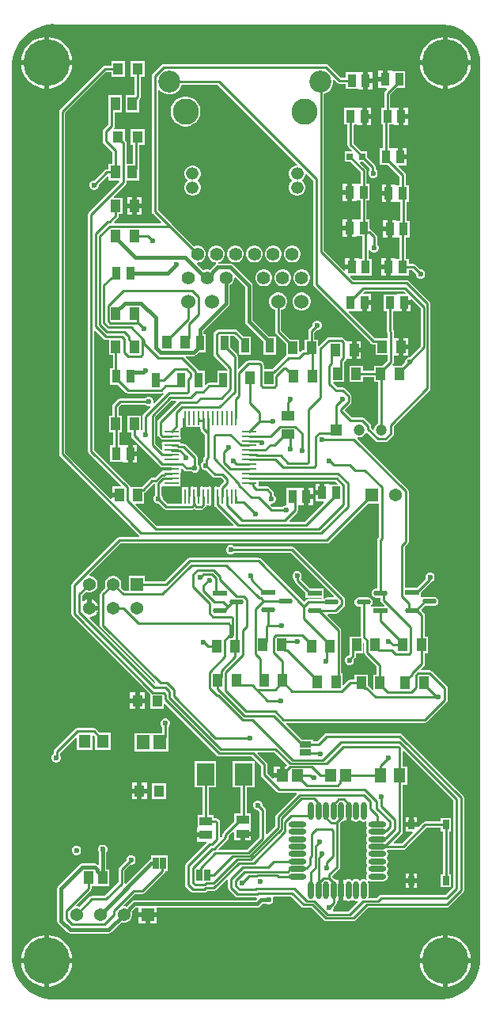
<source format=gtl>
G04*
G04 #@! TF.GenerationSoftware,Altium Limited,Altium Designer,23.0.1 (38)*
G04*
G04 Layer_Physical_Order=1*
G04 Layer_Color=255*
%FSLAX44Y44*%
%MOMM*%
G71*
G04*
G04 #@! TF.SameCoordinates,29EA246D-3BC2-426E-A151-39073B1FECC7*
G04*
G04*
G04 #@! TF.FilePolarity,Positive*
G04*
G01*
G75*
%ADD15C,0.2540*%
%ADD18O,1.9500X0.6000*%
%ADD19O,0.6000X1.9500*%
%ADD20R,1.2850X1.4700*%
%ADD21R,1.0000X1.3500*%
%ADD22R,1.3046X1.4562*%
%ADD23R,1.2065X1.5082*%
%ADD24R,1.4549X1.5562*%
%ADD25R,0.6500X0.7000*%
%ADD26R,0.9500X1.3500*%
%ADD27R,1.0500X1.4500*%
%ADD28R,1.5242X0.5780*%
%ADD29R,1.5600X0.2800*%
%ADD30R,0.2800X1.5600*%
%ADD31R,1.3500X1.0000*%
G04:AMPARAMS|DCode=32|XSize=1.5242mm|YSize=0.578mm|CornerRadius=0.289mm|HoleSize=0mm|Usage=FLASHONLY|Rotation=0.000|XOffset=0mm|YOffset=0mm|HoleType=Round|Shape=RoundedRectangle|*
%AMROUNDEDRECTD32*
21,1,1.5242,0.0000,0,0,0.0*
21,1,0.9463,0.5780,0,0,0.0*
1,1,0.5780,0.4731,0.0000*
1,1,0.5780,-0.4731,0.0000*
1,1,0.5780,-0.4731,0.0000*
1,1,0.5780,0.4731,0.0000*
%
%ADD32ROUNDEDRECTD32*%
%ADD33R,0.6350X1.2700*%
%ADD34R,1.3500X0.9500*%
%ADD35R,1.9000X2.4000*%
%ADD36R,1.2700X0.6350*%
%ADD37R,0.9000X1.5500*%
%ADD38R,1.1000X1.3000*%
%ADD39R,0.7000X1.0000*%
%ADD40R,1.0000X1.3500*%
%ADD63C,0.3810*%
%ADD64C,5.0000*%
%ADD65C,2.8000*%
%ADD66C,2.3550*%
%ADD67C,1.3350*%
%ADD68C,1.5300*%
%ADD69C,1.3980*%
%ADD70R,1.3700X1.3700*%
%ADD71C,1.3700*%
%ADD72C,1.2000*%
%ADD73R,1.2000X1.2000*%
%ADD74C,0.6000*%
G36*
X1276868Y1248997D02*
X1276900Y1249003D01*
X1276931Y1248996D01*
X1690085Y1248996D01*
X1692846Y1248972D01*
X1698350Y1248131D01*
X1703715Y1246575D01*
X1708830Y1244332D01*
X1713609Y1241440D01*
X1717970Y1237949D01*
X1721838Y1233918D01*
X1725146Y1229418D01*
X1727839Y1224524D01*
X1729870Y1219320D01*
X1731205Y1213896D01*
X1731819Y1208344D01*
X1731775Y1206169D01*
X1731761Y1206101D01*
X1731761Y1205476D01*
X1731761Y1205476D01*
X1731761Y248155D01*
X1731723Y247982D01*
X1731666Y245192D01*
X1730823Y239670D01*
X1729266Y234305D01*
X1727023Y229190D01*
X1724131Y224410D01*
X1720640Y220050D01*
X1716610Y216182D01*
X1712109Y212874D01*
X1707215Y210181D01*
X1702011Y208150D01*
X1696587Y206815D01*
X1691035Y206201D01*
X1689206Y206238D01*
X1689155Y206249D01*
X1688187Y206259D01*
X1688135Y206249D01*
X1274291Y206326D01*
X1271394Y206385D01*
X1265603Y207270D01*
X1259976Y208902D01*
X1254611Y211255D01*
X1249599Y214288D01*
X1245026Y217949D01*
X1240969Y222176D01*
X1237499Y226896D01*
X1234675Y232029D01*
X1232545Y237487D01*
X1231146Y243175D01*
X1230501Y248998D01*
X1230561Y251927D01*
X1230555Y251959D01*
X1230562Y251991D01*
X1230044Y1204094D01*
X1230106Y1207068D01*
X1231013Y1213015D01*
X1232690Y1218792D01*
X1235106Y1224302D01*
X1238220Y1229448D01*
X1241979Y1234144D01*
X1246320Y1238309D01*
X1251166Y1241872D01*
X1256437Y1244772D01*
X1262041Y1246960D01*
X1267882Y1248397D01*
X1273861Y1249059D01*
X1276868Y1248997D01*
D02*
G37*
%LPC*%
G36*
X1696720Y1235251D02*
Y1210310D01*
X1721661D01*
X1721042Y1214219D01*
X1719702Y1218342D01*
X1717734Y1222204D01*
X1715186Y1225711D01*
X1712121Y1228776D01*
X1708614Y1231324D01*
X1704752Y1233292D01*
X1700629Y1234632D01*
X1696720Y1235251D01*
D02*
G37*
G36*
X1691640D02*
X1687731Y1234632D01*
X1683608Y1233292D01*
X1679746Y1231324D01*
X1676239Y1228776D01*
X1673174Y1225711D01*
X1670626Y1222204D01*
X1668658Y1218342D01*
X1667318Y1214219D01*
X1666699Y1210310D01*
X1691640D01*
Y1235251D01*
D02*
G37*
G36*
X1270000D02*
Y1210310D01*
X1294941D01*
X1294322Y1214219D01*
X1292982Y1218342D01*
X1291014Y1222204D01*
X1288466Y1225711D01*
X1285401Y1228776D01*
X1281894Y1231324D01*
X1278032Y1233292D01*
X1273909Y1234632D01*
X1270000Y1235251D01*
D02*
G37*
G36*
X1264920D02*
X1261011Y1234632D01*
X1256888Y1233292D01*
X1253026Y1231324D01*
X1249519Y1228776D01*
X1246454Y1225711D01*
X1243906Y1222204D01*
X1241938Y1218342D01*
X1240598Y1214219D01*
X1239979Y1210310D01*
X1264920D01*
Y1235251D01*
D02*
G37*
G36*
X1627110Y1199280D02*
X1622360D01*
Y1192530D01*
X1627110D01*
Y1199280D01*
D02*
G37*
G36*
X1611510Y1198010D02*
Y1191260D01*
X1616260D01*
Y1198010D01*
X1611510D01*
D02*
G37*
G36*
X1721661Y1205230D02*
X1696720D01*
Y1180289D01*
X1700629Y1180908D01*
X1704752Y1182248D01*
X1708614Y1184216D01*
X1712121Y1186764D01*
X1715186Y1189829D01*
X1717734Y1193336D01*
X1719702Y1197198D01*
X1721042Y1201321D01*
X1721661Y1205230D01*
D02*
G37*
G36*
X1691640D02*
X1666699D01*
X1667318Y1201321D01*
X1668658Y1197198D01*
X1670626Y1193336D01*
X1673174Y1189829D01*
X1676239Y1186764D01*
X1679746Y1184216D01*
X1683608Y1182248D01*
X1687731Y1180908D01*
X1691640Y1180289D01*
Y1205230D01*
D02*
G37*
G36*
X1294941D02*
X1270000D01*
Y1180289D01*
X1273909Y1180908D01*
X1278032Y1182248D01*
X1281894Y1184216D01*
X1285401Y1186764D01*
X1288466Y1189829D01*
X1291014Y1193336D01*
X1292982Y1197198D01*
X1294322Y1201321D01*
X1294941Y1205230D01*
D02*
G37*
G36*
X1264920D02*
X1239979D01*
X1240598Y1201321D01*
X1241938Y1197198D01*
X1243906Y1193336D01*
X1246454Y1189829D01*
X1249519Y1186764D01*
X1253026Y1184216D01*
X1256888Y1182248D01*
X1261011Y1180908D01*
X1264920Y1180289D01*
Y1205230D01*
D02*
G37*
G36*
X1616260Y1186180D02*
X1611510D01*
Y1179430D01*
X1616260D01*
Y1186180D01*
D02*
G37*
G36*
X1351503Y1209920D02*
X1336503D01*
Y1204754D01*
X1329690D01*
X1328414Y1204500D01*
X1327332Y1203777D01*
X1281613Y1158057D01*
X1280890Y1156976D01*
X1280636Y1155700D01*
Y789312D01*
X1280890Y788036D01*
X1281613Y786954D01*
X1366184Y702383D01*
X1366926Y701887D01*
X1366541Y700617D01*
X1345147D01*
X1343871Y700363D01*
X1342790Y699640D01*
X1295083Y651933D01*
X1294360Y650851D01*
X1294106Y649576D01*
Y618320D01*
X1294360Y617044D01*
X1295083Y615963D01*
X1378070Y532975D01*
Y517280D01*
X1393070D01*
Y521925D01*
X1394243Y522411D01*
X1449382Y467272D01*
X1450463Y466550D01*
X1451739Y466296D01*
X1486854D01*
X1496991Y456159D01*
Y446769D01*
X1497245Y445493D01*
X1497967Y444411D01*
X1514057Y428321D01*
X1515139Y427599D01*
X1516414Y427345D01*
X1534770D01*
X1535296Y426075D01*
X1513134Y403913D01*
X1512411Y402831D01*
X1512157Y401555D01*
Y391421D01*
X1503347Y382612D01*
X1502174Y383098D01*
Y408700D01*
X1501920Y409976D01*
X1501198Y411058D01*
X1498520Y413735D01*
Y415015D01*
X1497759Y416852D01*
X1496352Y418259D01*
X1494515Y419020D01*
X1492525D01*
X1490688Y418259D01*
X1489281Y416852D01*
X1488520Y415015D01*
Y413025D01*
X1489281Y411188D01*
X1490688Y409781D01*
X1492525Y409020D01*
X1493805D01*
X1495506Y407319D01*
Y379932D01*
X1481613Y366039D01*
X1451855D01*
X1451369Y367212D01*
X1461441Y377284D01*
X1462164Y378366D01*
X1462418Y379641D01*
Y381233D01*
X1466547Y385362D01*
X1467720Y384876D01*
Y376250D01*
X1474470D01*
Y383540D01*
X1477010D01*
Y386080D01*
X1486300D01*
Y390830D01*
X1486300D01*
X1485760Y391876D01*
Y405290D01*
X1481614D01*
Y433040D01*
X1489780D01*
Y461040D01*
X1466780D01*
Y433040D01*
X1474946D01*
Y405290D01*
X1468260D01*
Y396505D01*
X1456726Y384971D01*
X1456003Y383890D01*
X1455750Y382614D01*
Y381022D01*
X1454195Y379468D01*
X1453022Y379954D01*
Y395782D01*
X1452768Y397058D01*
X1452045Y398140D01*
X1450558Y399628D01*
X1449476Y400350D01*
X1448200Y400604D01*
X1446390D01*
Y404020D01*
X1440614D01*
Y433040D01*
X1448780D01*
Y461040D01*
X1425780D01*
Y433040D01*
X1433946D01*
Y404020D01*
X1428890D01*
Y390520D01*
X1428350Y389560D01*
X1428350D01*
Y384810D01*
X1437640D01*
Y379730D01*
X1428350D01*
Y374980D01*
X1438318D01*
X1438844Y373710D01*
X1416614Y351480D01*
X1415891Y350398D01*
X1415637Y349122D01*
Y329058D01*
X1415891Y327782D01*
X1416614Y326700D01*
X1421821Y321493D01*
X1422903Y320770D01*
X1424179Y320516D01*
X1435985D01*
X1437260Y320770D01*
X1438342Y321493D01*
X1439017Y322167D01*
X1445916D01*
X1447191Y322421D01*
X1448273Y323144D01*
X1460251Y335122D01*
X1461521Y334595D01*
Y325540D01*
X1461775Y324264D01*
X1462498Y323182D01*
X1469463Y316217D01*
X1470544Y315494D01*
X1471820Y315241D01*
X1491974D01*
X1492500Y313971D01*
X1490986Y312456D01*
X1361305D01*
X1359781Y312153D01*
X1358490Y311290D01*
X1352795Y305596D01*
X1351175Y306030D01*
X1350296D01*
X1349770Y307300D01*
X1361864Y319395D01*
X1369898D01*
X1371174Y319648D01*
X1372255Y320371D01*
X1393389Y341504D01*
X1394111Y342586D01*
X1394281Y343440D01*
X1397349D01*
Y360140D01*
X1378871D01*
Y355889D01*
X1377930Y355702D01*
X1376638Y354839D01*
X1352074Y330275D01*
X1350804Y330801D01*
Y344059D01*
X1357345Y350600D01*
X1358625D01*
X1360462Y351361D01*
X1361869Y352768D01*
X1362630Y354605D01*
Y356595D01*
X1361869Y358432D01*
X1360462Y359839D01*
X1358625Y360600D01*
X1356635D01*
X1354798Y359839D01*
X1353391Y358432D01*
X1352630Y356595D01*
Y355315D01*
X1345112Y347798D01*
X1344390Y346716D01*
X1344136Y345440D01*
Y331581D01*
X1329658Y317103D01*
X1315799D01*
X1314523Y316849D01*
X1313441Y316126D01*
X1302699Y305385D01*
X1302626Y305427D01*
X1300375Y306030D01*
X1299496D01*
X1298970Y307300D01*
X1314507Y322838D01*
X1315230Y323919D01*
X1315484Y325195D01*
Y327800D01*
X1319150D01*
X1319150Y327800D01*
X1320150D01*
Y327800D01*
X1320420Y327800D01*
X1334150D01*
Y345300D01*
X1331224D01*
Y363664D01*
X1331573Y364013D01*
X1332334Y365851D01*
Y367840D01*
X1331573Y369678D01*
X1330167Y371084D01*
X1328329Y371846D01*
X1326340D01*
X1324502Y371084D01*
X1323096Y369678D01*
X1322334Y367840D01*
Y365851D01*
X1323096Y364013D01*
X1323261Y363848D01*
Y350765D01*
X1322087Y350279D01*
X1321806Y350560D01*
X1320515Y351423D01*
X1318991Y351726D01*
X1305309D01*
X1303785Y351423D01*
X1302493Y350560D01*
X1280020Y328087D01*
X1279157Y326795D01*
X1278854Y325271D01*
Y290397D01*
X1279157Y288874D01*
X1280020Y287582D01*
X1289612Y277990D01*
X1290904Y277127D01*
X1292427Y276824D01*
X1333635D01*
X1335159Y277127D01*
X1336450Y277990D01*
X1347225Y288764D01*
X1348845Y288330D01*
X1351175D01*
X1353426Y288933D01*
X1355444Y290098D01*
X1357092Y291746D01*
X1358257Y293764D01*
X1358860Y296015D01*
Y298345D01*
X1358426Y299965D01*
X1362954Y304494D01*
X1366020D01*
Y299720D01*
X1375410D01*
X1384800D01*
Y304494D01*
X1492635D01*
X1494159Y304797D01*
X1495450Y305660D01*
X1498620Y308829D01*
X1502508D01*
X1503955Y308230D01*
X1505945D01*
X1507782Y308991D01*
X1509189Y310398D01*
X1509950Y312235D01*
Y314225D01*
X1509448Y315436D01*
X1510204Y316706D01*
X1528884D01*
X1540026Y305565D01*
X1541107Y304842D01*
X1542383Y304588D01*
X1550579D01*
X1564234Y290933D01*
X1565316Y290211D01*
X1566591Y289957D01*
X1595536D01*
X1596812Y290211D01*
X1597893Y290933D01*
X1611548Y304588D01*
X1695568D01*
X1696844Y304842D01*
X1697925Y305565D01*
X1713107Y320747D01*
X1713830Y321829D01*
X1714084Y323105D01*
Y422200D01*
X1713830Y423476D01*
X1713107Y424558D01*
X1647628Y490037D01*
X1646546Y490760D01*
X1645270Y491014D01*
X1567180D01*
X1565904Y490760D01*
X1564823Y490037D01*
X1556909Y482124D01*
X1552670D01*
Y483965D01*
X1540685D01*
X1523698Y500953D01*
X1524184Y502126D01*
X1672061D01*
X1673337Y502380D01*
X1674418Y503102D01*
X1695728Y524412D01*
X1696450Y525493D01*
X1696704Y526769D01*
Y538994D01*
X1696450Y540270D01*
X1695728Y541352D01*
X1679872Y557207D01*
X1678790Y557930D01*
X1677514Y558184D01*
X1668094D01*
X1667607Y559357D01*
X1671138Y562887D01*
X1671860Y563969D01*
X1672114Y565245D01*
Y576720D01*
X1675780D01*
Y594220D01*
X1672114D01*
Y616921D01*
X1671860Y618197D01*
X1671138Y619279D01*
X1668629Y621787D01*
X1668602Y623265D01*
X1672201Y626864D01*
X1681555D01*
X1683463Y627244D01*
X1685080Y628324D01*
X1686161Y629942D01*
X1686541Y631850D01*
X1686161Y633758D01*
X1685080Y635375D01*
X1683463Y636456D01*
X1681555Y636836D01*
X1672092D01*
X1670184Y636456D01*
X1669592Y636060D01*
X1669438Y636014D01*
X1669012Y636067D01*
X1668946Y636090D01*
X1668266Y636664D01*
X1668241Y636873D01*
X1668241Y637591D01*
Y641525D01*
X1679366Y652649D01*
X1679828Y653342D01*
X1680502Y653621D01*
X1681909Y655028D01*
X1682670Y656865D01*
Y658855D01*
X1681909Y660692D01*
X1680502Y662099D01*
X1678665Y662860D01*
X1676675D01*
X1674838Y662099D01*
X1673431Y660692D01*
X1672670Y658855D01*
Y656865D01*
X1673104Y655818D01*
X1663526Y646240D01*
X1651063D01*
Y690239D01*
X1653858Y693034D01*
X1654580Y694115D01*
X1654834Y695391D01*
Y749905D01*
X1654580Y751181D01*
X1653858Y752263D01*
X1599978Y806143D01*
X1600274Y806950D01*
X1600577Y807340D01*
X1602523D01*
X1604558Y807885D01*
X1606382Y808938D01*
X1607872Y810428D01*
X1608796Y812029D01*
X1610139Y812483D01*
X1619449Y803173D01*
X1620531Y802450D01*
X1621807Y802196D01*
X1629934D01*
X1631210Y802450D01*
X1632291Y803173D01*
X1638038Y808919D01*
X1638761Y810001D01*
X1639014Y811277D01*
Y819135D01*
X1677106Y857227D01*
X1677829Y858309D01*
X1678083Y859585D01*
Y950283D01*
X1677829Y951559D01*
X1677106Y952641D01*
X1655171Y974576D01*
X1654090Y975299D01*
X1652814Y975553D01*
X1595574D01*
X1592260Y978867D01*
X1592746Y980040D01*
X1601174D01*
X1601260Y980040D01*
X1602306Y980580D01*
X1602530Y980580D01*
X1615720D01*
Y998080D01*
X1612304D01*
Y1006968D01*
X1613574Y1007221D01*
X1613741Y1006818D01*
X1615148Y1005411D01*
X1616985Y1004650D01*
X1618975D01*
X1620812Y1005411D01*
X1622219Y1006818D01*
X1622980Y1008655D01*
Y1010645D01*
X1622219Y1012482D01*
X1621314Y1013387D01*
Y1021394D01*
X1621060Y1022670D01*
X1620338Y1023752D01*
X1614928Y1029162D01*
X1613846Y1029885D01*
X1613300Y1029993D01*
Y1039990D01*
X1609884D01*
Y1060590D01*
X1613300D01*
Y1078090D01*
X1609884D01*
Y1092420D01*
X1609630Y1093696D01*
X1608907Y1094777D01*
X1602918Y1100767D01*
X1603404Y1101940D01*
X1605815D01*
X1612714Y1095041D01*
Y1092735D01*
X1612471Y1092492D01*
X1611710Y1090655D01*
Y1088665D01*
X1612471Y1086828D01*
X1613878Y1085421D01*
X1615715Y1084660D01*
X1617705D01*
X1619542Y1085421D01*
X1620949Y1086828D01*
X1621710Y1088665D01*
Y1090655D01*
X1620949Y1092492D01*
X1619542Y1093899D01*
X1619382Y1093965D01*
Y1096422D01*
X1619128Y1097698D01*
X1618405Y1098780D01*
X1610530Y1106655D01*
Y1112940D01*
X1604745D01*
X1596034Y1121651D01*
Y1140972D01*
X1596932Y1141870D01*
X1599364Y1141870D01*
X1600410Y1141330D01*
X1600496Y1141330D01*
X1605160D01*
Y1150620D01*
Y1159910D01*
X1600496D01*
X1600410Y1159910D01*
X1599364Y1159370D01*
X1599140Y1159370D01*
X1585950D01*
Y1141870D01*
X1589366D01*
Y1120270D01*
X1589620Y1118994D01*
X1590342Y1117913D01*
X1594142Y1114113D01*
X1593656Y1112940D01*
X1586530D01*
Y1101940D01*
X1592315D01*
X1603216Y1091039D01*
Y1078988D01*
X1602318Y1078090D01*
X1599886Y1078090D01*
X1598840Y1078630D01*
X1598754Y1078630D01*
X1594090D01*
Y1069340D01*
Y1060050D01*
X1598754D01*
X1598840Y1060050D01*
X1599886Y1060590D01*
X1600110Y1060590D01*
X1603216D01*
Y1040888D01*
X1602318Y1039990D01*
X1599886Y1039990D01*
X1598840Y1040530D01*
X1598754Y1040530D01*
X1594090D01*
Y1031240D01*
Y1021950D01*
X1598754D01*
X1598840Y1021950D01*
X1599886Y1022490D01*
X1600110Y1022490D01*
X1605636D01*
Y998978D01*
X1604738Y998080D01*
X1602306Y998080D01*
X1601260Y998620D01*
X1601174Y998620D01*
X1596510D01*
Y989330D01*
X1593970D01*
Y986790D01*
X1586680D01*
Y986106D01*
X1585507Y985620D01*
X1564194Y1006933D01*
Y1174309D01*
X1565517Y1174663D01*
X1568658Y1176477D01*
X1571223Y1179042D01*
X1573036Y1182183D01*
X1573975Y1185686D01*
Y1189254D01*
X1574162Y1189425D01*
X1575074Y1189951D01*
X1578663Y1186362D01*
X1579745Y1185640D01*
X1581020Y1185386D01*
X1587220D01*
Y1179970D01*
X1600410D01*
X1600634Y1179970D01*
X1601680Y1179430D01*
X1601766Y1179430D01*
X1606430D01*
Y1188720D01*
Y1198010D01*
X1601766D01*
X1601680Y1198010D01*
X1600634Y1197470D01*
X1600410Y1197470D01*
X1587220D01*
Y1192054D01*
X1582401D01*
X1569013Y1205442D01*
X1567932Y1206165D01*
X1566656Y1206419D01*
X1392444D01*
X1391169Y1206165D01*
X1390087Y1205442D01*
X1380957Y1196313D01*
X1380235Y1195231D01*
X1379981Y1193955D01*
Y1048785D01*
X1380235Y1047509D01*
X1380957Y1046427D01*
X1389967Y1037417D01*
X1389481Y1036244D01*
X1339865D01*
X1339379Y1037417D01*
X1343861Y1041899D01*
X1344584Y1042981D01*
X1344838Y1044257D01*
Y1046067D01*
X1348504D01*
Y1063567D01*
X1339490D01*
X1339004Y1064740D01*
X1352187Y1077924D01*
X1352910Y1079005D01*
X1353164Y1080281D01*
Y1081484D01*
X1366520D01*
Y1094392D01*
X1366584Y1094714D01*
Y1119618D01*
X1372504D01*
Y1136618D01*
X1357504D01*
Y1119618D01*
X1359916D01*
Y1099984D01*
X1353164D01*
Y1121884D01*
X1352910Y1123160D01*
X1352187Y1124241D01*
X1351503Y1124925D01*
Y1136618D01*
X1339611D01*
X1339534Y1136806D01*
X1339247Y1137888D01*
X1339870Y1138820D01*
X1340124Y1140096D01*
Y1154785D01*
X1348020D01*
Y1173285D01*
X1333520D01*
Y1160377D01*
X1333456Y1160055D01*
Y1141477D01*
X1328602Y1136624D01*
X1327880Y1135542D01*
X1327626Y1134266D01*
Y1123774D01*
X1327880Y1122498D01*
X1328602Y1121416D01*
X1337436Y1112583D01*
Y1099984D01*
X1333520D01*
Y1094068D01*
X1332034D01*
X1330758Y1093814D01*
X1329676Y1093091D01*
X1318545Y1081960D01*
X1317265D01*
X1315428Y1081199D01*
X1314021Y1079792D01*
X1313260Y1077955D01*
Y1075965D01*
X1314021Y1074128D01*
X1315428Y1072721D01*
X1317265Y1071960D01*
X1319255D01*
X1321092Y1072721D01*
X1322499Y1074128D01*
X1323260Y1075965D01*
Y1077245D01*
X1332250Y1086235D01*
X1333520Y1085709D01*
Y1081484D01*
X1344658D01*
X1345144Y1080310D01*
X1312716Y1047883D01*
X1311993Y1046801D01*
X1311740Y1045525D01*
Y792485D01*
X1311993Y791209D01*
X1312716Y790127D01*
X1346890Y755953D01*
X1346404Y754780D01*
X1337390D01*
Y748030D01*
X1344930D01*
Y742950D01*
X1337390D01*
Y742266D01*
X1336217Y741780D01*
X1287304Y790693D01*
Y1154319D01*
X1331071Y1198086D01*
X1336503D01*
Y1192920D01*
X1351503D01*
Y1209920D01*
D02*
G37*
G36*
X1372504D02*
X1357504D01*
Y1192920D01*
X1361670D01*
Y1173285D01*
X1352020D01*
Y1154785D01*
X1366519D01*
Y1168570D01*
X1367361Y1169412D01*
X1368084Y1170494D01*
X1368338Y1171769D01*
Y1192920D01*
X1372504D01*
Y1209920D01*
D02*
G37*
G36*
X1649490Y1159910D02*
Y1153160D01*
X1654240D01*
Y1159910D01*
X1649490D01*
D02*
G37*
G36*
X1610240Y1159910D02*
Y1153160D01*
X1614990D01*
Y1159910D01*
X1610240D01*
D02*
G37*
G36*
X1654240Y1148080D02*
X1649490D01*
Y1141330D01*
X1654240D01*
Y1148080D01*
D02*
G37*
G36*
X1636940Y1199280D02*
X1636940Y1199280D01*
X1632190D01*
Y1189990D01*
X1629650D01*
Y1187450D01*
X1622360D01*
Y1180700D01*
X1630986D01*
X1631472Y1179527D01*
X1629592Y1177647D01*
X1628870Y1176566D01*
X1628616Y1175290D01*
Y1159370D01*
X1625200D01*
Y1141870D01*
X1627346D01*
Y1116190D01*
X1623930D01*
Y1098690D01*
X1632715D01*
X1645126Y1086279D01*
Y1077718D01*
X1644228Y1076820D01*
X1641796Y1076820D01*
X1640750Y1077360D01*
X1640664Y1077360D01*
X1636000D01*
Y1068070D01*
Y1058780D01*
X1640664D01*
X1640750Y1058780D01*
X1641796Y1059320D01*
X1642020Y1059320D01*
X1646156D01*
Y1039618D01*
X1645258Y1038720D01*
X1642826Y1038720D01*
X1641780Y1039260D01*
X1641694Y1039260D01*
X1637030D01*
Y1029970D01*
Y1020680D01*
X1641694D01*
X1641780Y1020680D01*
X1642826Y1021220D01*
X1643050Y1021220D01*
X1644886D01*
Y998978D01*
X1643988Y998080D01*
X1641556Y998080D01*
X1640510Y998620D01*
X1640424Y998620D01*
X1635760D01*
Y989330D01*
Y980040D01*
X1640424D01*
X1640510Y980040D01*
X1641556Y980580D01*
X1641780Y980580D01*
X1654970D01*
Y985996D01*
X1658509D01*
X1662510Y981995D01*
Y980715D01*
X1663271Y978878D01*
X1664678Y977471D01*
X1666515Y976710D01*
X1668505D01*
X1670342Y977471D01*
X1671749Y978878D01*
X1672510Y980715D01*
Y982705D01*
X1671749Y984542D01*
X1670342Y985949D01*
X1668505Y986710D01*
X1667225D01*
X1662247Y991687D01*
X1661166Y992410D01*
X1659890Y992664D01*
X1654970D01*
Y998080D01*
X1651554D01*
Y1021220D01*
X1656240D01*
Y1038720D01*
X1652824D01*
Y1059320D01*
X1655210D01*
Y1076820D01*
X1651794D01*
Y1087660D01*
X1651540Y1088936D01*
X1650818Y1090018D01*
X1643858Y1096977D01*
X1644344Y1098150D01*
X1652970D01*
Y1104900D01*
X1645680D01*
Y1107440D01*
X1643140D01*
Y1116730D01*
X1638390D01*
Y1116730D01*
X1637344Y1116190D01*
X1634014D01*
Y1141870D01*
X1638614Y1141870D01*
X1639660Y1141330D01*
X1639746Y1141330D01*
X1644410D01*
Y1150620D01*
Y1159910D01*
X1639746D01*
X1639660Y1159910D01*
X1638614Y1159370D01*
X1638390Y1159370D01*
X1635284D01*
Y1173909D01*
X1642615Y1181240D01*
X1651400D01*
Y1198740D01*
X1637986D01*
X1636940Y1199280D01*
X1636940Y1199280D01*
D02*
G37*
G36*
X1614990Y1148080D02*
X1610240D01*
Y1141330D01*
X1614990D01*
Y1148080D01*
D02*
G37*
G36*
X1652970Y1116730D02*
X1648220D01*
Y1109980D01*
X1652970D01*
Y1116730D01*
D02*
G37*
G36*
X1589010Y1078630D02*
X1584260D01*
Y1071880D01*
X1589010D01*
Y1078630D01*
D02*
G37*
G36*
X1630920Y1077360D02*
X1626170D01*
Y1070610D01*
X1630920D01*
Y1077360D01*
D02*
G37*
G36*
X1589010Y1066800D02*
X1584260D01*
Y1060050D01*
X1589010D01*
Y1066800D01*
D02*
G37*
G36*
X1630920Y1065530D02*
X1626170D01*
Y1058780D01*
X1630920D01*
Y1065530D01*
D02*
G37*
G36*
X1369044Y1064107D02*
X1364044D01*
Y1057357D01*
X1369044D01*
Y1064107D01*
D02*
G37*
G36*
X1358964D02*
X1353964D01*
Y1057357D01*
X1358964D01*
Y1064107D01*
D02*
G37*
G36*
X1369044Y1052277D02*
X1364044D01*
Y1045527D01*
X1369044D01*
Y1052277D01*
D02*
G37*
G36*
X1358964D02*
X1353964D01*
Y1045527D01*
X1358964D01*
Y1052277D01*
D02*
G37*
G36*
X1589010Y1040530D02*
X1584260D01*
Y1033780D01*
X1589010D01*
Y1040530D01*
D02*
G37*
G36*
X1631950Y1039260D02*
X1627200D01*
Y1032510D01*
X1631950D01*
Y1039260D01*
D02*
G37*
G36*
X1589010Y1028700D02*
X1584260D01*
Y1021950D01*
X1589010D01*
Y1028700D01*
D02*
G37*
G36*
X1631950Y1027430D02*
X1627200D01*
Y1020680D01*
X1631950D01*
Y1027430D01*
D02*
G37*
G36*
X1591430Y998620D02*
X1586680D01*
Y991870D01*
X1591430D01*
Y998620D01*
D02*
G37*
G36*
X1630680Y998620D02*
X1625930D01*
Y991870D01*
X1630680D01*
Y998620D01*
D02*
G37*
G36*
Y986790D02*
X1625930D01*
Y980040D01*
X1630680D01*
Y986790D01*
D02*
G37*
G36*
X1372610Y534820D02*
X1367110D01*
Y528320D01*
X1372610D01*
Y534820D01*
D02*
G37*
G36*
X1362030D02*
X1356530D01*
Y528320D01*
X1362030D01*
Y534820D01*
D02*
G37*
G36*
X1372610Y523240D02*
X1367110D01*
Y516740D01*
X1372610D01*
Y523240D01*
D02*
G37*
G36*
X1362030D02*
X1356530D01*
Y516740D01*
X1362030D01*
Y523240D01*
D02*
G37*
G36*
X1317865Y496554D02*
X1300320D01*
X1299045Y496300D01*
X1297963Y495578D01*
X1275925Y473539D01*
X1275202Y472457D01*
X1274948Y471181D01*
Y469125D01*
X1274788Y469059D01*
X1273381Y467652D01*
X1272620Y465815D01*
Y463825D01*
X1273381Y461988D01*
X1274788Y460581D01*
X1276625Y459820D01*
X1278615D01*
X1280452Y460581D01*
X1281859Y461988D01*
X1282620Y463825D01*
Y465815D01*
X1281859Y467652D01*
X1281616Y467895D01*
Y469800D01*
X1298502Y486686D01*
X1299675Y486200D01*
Y473250D01*
X1316525D01*
Y488186D01*
X1317698Y488671D01*
X1319135Y487235D01*
Y473250D01*
X1335985D01*
Y491950D01*
X1323850D01*
X1320222Y495578D01*
X1319141Y496300D01*
X1317865Y496554D01*
D02*
G37*
G36*
X1395455Y506650D02*
X1393465D01*
X1391628Y505889D01*
X1390221Y504482D01*
X1389460Y502645D01*
Y500655D01*
X1390221Y498818D01*
X1391126Y497913D01*
Y491111D01*
X1361055D01*
Y471549D01*
X1398118D01*
Y491111D01*
X1397794D01*
Y497913D01*
X1398699Y498818D01*
X1399460Y500655D01*
Y502645D01*
X1398699Y504482D01*
X1397292Y505889D01*
X1395455Y506650D01*
D02*
G37*
G36*
X1374560Y438300D02*
X1369060D01*
Y431800D01*
X1374560D01*
Y438300D01*
D02*
G37*
G36*
X1363980D02*
X1358480D01*
Y431800D01*
X1363980D01*
Y438300D01*
D02*
G37*
G36*
X1395020Y437760D02*
X1380020D01*
Y420760D01*
X1395020D01*
Y437760D01*
D02*
G37*
G36*
X1374560Y426720D02*
X1369060D01*
Y420220D01*
X1374560D01*
Y426720D01*
D02*
G37*
G36*
X1363980D02*
X1358480D01*
Y420220D01*
X1363980D01*
Y426720D01*
D02*
G37*
G36*
X1486300Y381000D02*
X1479550D01*
Y376250D01*
X1486300D01*
Y381000D01*
D02*
G37*
G36*
X1300205Y370760D02*
X1298215D01*
X1296378Y369999D01*
X1294971Y368592D01*
X1294210Y366755D01*
Y364765D01*
X1294971Y362928D01*
X1296378Y361521D01*
X1298215Y360760D01*
X1300205D01*
X1302042Y361521D01*
X1303449Y362928D01*
X1304210Y364765D01*
Y366755D01*
X1303449Y368592D01*
X1302042Y369999D01*
X1300205Y370760D01*
D02*
G37*
G36*
X1384800Y294640D02*
X1377950D01*
Y287790D01*
X1384800D01*
Y294640D01*
D02*
G37*
G36*
X1372870D02*
X1366020D01*
Y287790D01*
X1372870D01*
Y294640D01*
D02*
G37*
G36*
X1696720Y275131D02*
Y250190D01*
X1721661D01*
X1721042Y254099D01*
X1719702Y258222D01*
X1717734Y262084D01*
X1715186Y265591D01*
X1712121Y268656D01*
X1708614Y271204D01*
X1704752Y273172D01*
X1700629Y274512D01*
X1696720Y275131D01*
D02*
G37*
G36*
X1691640D02*
X1687731Y274512D01*
X1683608Y273172D01*
X1679746Y271204D01*
X1676239Y268656D01*
X1673174Y265591D01*
X1670626Y262084D01*
X1668658Y258222D01*
X1667318Y254099D01*
X1666699Y250190D01*
X1691640D01*
Y275131D01*
D02*
G37*
G36*
X1270000D02*
Y250190D01*
X1294941D01*
X1294322Y254099D01*
X1292982Y258222D01*
X1291014Y262084D01*
X1288466Y265591D01*
X1285401Y268656D01*
X1281894Y271204D01*
X1278032Y273172D01*
X1273909Y274512D01*
X1270000Y275131D01*
D02*
G37*
G36*
X1264920D02*
X1261011Y274512D01*
X1256888Y273172D01*
X1253026Y271204D01*
X1249519Y268656D01*
X1246454Y265591D01*
X1243906Y262084D01*
X1241938Y258222D01*
X1240598Y254099D01*
X1239979Y250190D01*
X1264920D01*
Y275131D01*
D02*
G37*
G36*
X1721661Y245110D02*
X1696720D01*
Y220169D01*
X1700629Y220788D01*
X1704752Y222128D01*
X1708614Y224096D01*
X1712121Y226644D01*
X1715186Y229709D01*
X1717734Y233216D01*
X1719702Y237078D01*
X1721042Y241201D01*
X1721661Y245110D01*
D02*
G37*
G36*
X1691640D02*
X1666699D01*
X1667318Y241201D01*
X1668658Y237078D01*
X1670626Y233216D01*
X1673174Y229709D01*
X1676239Y226644D01*
X1679746Y224096D01*
X1683608Y222128D01*
X1687731Y220788D01*
X1691640Y220169D01*
Y245110D01*
D02*
G37*
G36*
X1294941D02*
X1270000D01*
Y220169D01*
X1273909Y220788D01*
X1278032Y222128D01*
X1281894Y224096D01*
X1285401Y226644D01*
X1288466Y229709D01*
X1291014Y233216D01*
X1292982Y237078D01*
X1294322Y241201D01*
X1294941Y245110D01*
D02*
G37*
G36*
X1264920D02*
X1239979D01*
X1240598Y241201D01*
X1241938Y237078D01*
X1243906Y233216D01*
X1246454Y229709D01*
X1249519Y226644D01*
X1253026Y224096D01*
X1256888Y222128D01*
X1261011Y220788D01*
X1264920Y220169D01*
Y245110D01*
D02*
G37*
%LPD*%
G36*
X1535618Y1099045D02*
X1535092Y1097775D01*
X1534308D01*
X1532101Y1097184D01*
X1530123Y1096042D01*
X1528508Y1094427D01*
X1527366Y1092449D01*
X1526775Y1090242D01*
Y1087958D01*
X1527366Y1085752D01*
X1528508Y1083774D01*
X1529648Y1082634D01*
X1529980Y1081800D01*
X1529648Y1080966D01*
X1528508Y1079827D01*
X1527366Y1077849D01*
X1526775Y1075642D01*
Y1073358D01*
X1527366Y1071152D01*
X1528508Y1069174D01*
X1530123Y1067559D01*
X1532101Y1066416D01*
X1534308Y1065825D01*
X1536592D01*
X1538798Y1066416D01*
X1540776Y1067559D01*
X1542392Y1069174D01*
X1543534Y1071152D01*
X1544125Y1073358D01*
Y1075642D01*
X1543534Y1077849D01*
X1542392Y1079827D01*
X1541252Y1080966D01*
X1540919Y1081800D01*
X1541252Y1082634D01*
X1542392Y1083774D01*
X1543534Y1085752D01*
X1544125Y1087958D01*
Y1088742D01*
X1545395Y1089268D01*
X1552446Y1082217D01*
Y971262D01*
X1552700Y969986D01*
X1553423Y968904D01*
X1614964Y907363D01*
X1616046Y906640D01*
X1617322Y906386D01*
X1619821D01*
Y895490D01*
X1632297D01*
Y889352D01*
X1626935Y883990D01*
X1617650D01*
Y878574D01*
X1605770D01*
Y883990D01*
X1591770D01*
Y866490D01*
X1605770D01*
Y871906D01*
X1617650D01*
Y866490D01*
X1622536D01*
Y822653D01*
X1620958Y821742D01*
X1619469Y820252D01*
X1618416Y818428D01*
X1617870Y816393D01*
Y815978D01*
X1616600Y815452D01*
X1614614Y817438D01*
Y819403D01*
X1614360Y820679D01*
X1613638Y821761D01*
X1607891Y827507D01*
X1606809Y828230D01*
X1605533Y828484D01*
X1594135D01*
X1586147Y836472D01*
X1592858Y843182D01*
X1593580Y844263D01*
X1593834Y845539D01*
Y851181D01*
X1593580Y852457D01*
X1592858Y853538D01*
X1586788Y859607D01*
X1585707Y860330D01*
X1584431Y860584D01*
X1578695D01*
X1574060Y865220D01*
X1574586Y866490D01*
X1585770D01*
Y878648D01*
X1585834Y878970D01*
Y888021D01*
X1587558Y889744D01*
X1587928Y890299D01*
X1588596Y890909D01*
X1589482Y891140D01*
X1593850D01*
Y900430D01*
Y909720D01*
X1589482D01*
X1588596Y909951D01*
X1587928Y910561D01*
X1587558Y911116D01*
X1585326Y913347D01*
X1584244Y914070D01*
X1582968Y914324D01*
X1569812D01*
X1568536Y914070D01*
X1567454Y913347D01*
X1558940Y904833D01*
X1557670Y905359D01*
Y911720D01*
X1554004D01*
Y919369D01*
X1556735Y922100D01*
X1558015D01*
X1559852Y922861D01*
X1561259Y924268D01*
X1562020Y926105D01*
Y928095D01*
X1561259Y929932D01*
X1559852Y931339D01*
X1558015Y932100D01*
X1556025D01*
X1554188Y931339D01*
X1552781Y929932D01*
X1552020Y928095D01*
Y926815D01*
X1548313Y923108D01*
X1547590Y922026D01*
X1547336Y920750D01*
Y911720D01*
X1543670D01*
Y900824D01*
X1542328D01*
X1541052Y900570D01*
X1539971Y899847D01*
X1538843Y898720D01*
X1537670Y899206D01*
Y911720D01*
X1528385D01*
X1518434Y921671D01*
Y943403D01*
X1518825Y943508D01*
X1521025Y944778D01*
X1522822Y946575D01*
X1524092Y948775D01*
X1524750Y951229D01*
Y953771D01*
X1524092Y956225D01*
X1522822Y958425D01*
X1521025Y960222D01*
X1518825Y961492D01*
X1516370Y962150D01*
X1513829D01*
X1511375Y961492D01*
X1509175Y960222D01*
X1507378Y958425D01*
X1506107Y956225D01*
X1505450Y953771D01*
Y951229D01*
X1506107Y948775D01*
X1507378Y946575D01*
X1509175Y944778D01*
X1511375Y943508D01*
X1511766Y943403D01*
Y920290D01*
X1512020Y919014D01*
X1512742Y917933D01*
X1523670Y907005D01*
Y894655D01*
X1509049Y880034D01*
X1508680D01*
X1508358Y879970D01*
X1500014D01*
Y884540D01*
X1499760Y885816D01*
X1499037Y886898D01*
X1497550Y888385D01*
X1496468Y889108D01*
X1495192Y889362D01*
X1483383D01*
X1482108Y889108D01*
X1481026Y888385D01*
X1473338Y880697D01*
X1472164Y881183D01*
Y893760D01*
X1471911Y895036D01*
X1471188Y896117D01*
X1464290Y903015D01*
Y916276D01*
X1467489D01*
X1473220Y910545D01*
Y895760D01*
X1486220D01*
Y915260D01*
X1477935D01*
X1471227Y921967D01*
X1470146Y922690D01*
X1468870Y922944D01*
X1451712D01*
X1450436Y922690D01*
X1449355Y921967D01*
X1447123Y919736D01*
X1446400Y918654D01*
X1446146Y917378D01*
Y896040D01*
X1446400Y894764D01*
X1447123Y893682D01*
X1460956Y879849D01*
Y878430D01*
X1450020D01*
Y865534D01*
X1441178D01*
X1439902Y865280D01*
X1438821Y864557D01*
X1437693Y863430D01*
X1436520Y863916D01*
Y878430D01*
X1429975D01*
X1429870Y878958D01*
X1429147Y880040D01*
X1416217Y892970D01*
X1416703Y894144D01*
X1424615D01*
X1426139Y894447D01*
X1427430Y895310D01*
X1430421Y898300D01*
X1437790D01*
Y917800D01*
X1435271D01*
Y921036D01*
X1462065Y947829D01*
X1462928Y949121D01*
X1463231Y950645D01*
Y969818D01*
X1464770Y970706D01*
X1466444Y972380D01*
X1467627Y974430D01*
X1468240Y976716D01*
Y977655D01*
X1469510Y978181D01*
X1479824Y967867D01*
Y931174D01*
X1480127Y929651D01*
X1480990Y928359D01*
X1499720Y909629D01*
Y895760D01*
X1512720D01*
Y915260D01*
X1505351D01*
X1487787Y932823D01*
Y969516D01*
X1487484Y971039D01*
X1486621Y972331D01*
X1466802Y992150D01*
X1465510Y993013D01*
X1463986Y993316D01*
X1451483D01*
X1451315Y994586D01*
X1452570Y994923D01*
X1454620Y996106D01*
X1456294Y997780D01*
X1457477Y999830D01*
X1458090Y1002116D01*
Y1004484D01*
X1457477Y1006770D01*
X1456294Y1008820D01*
X1454620Y1010494D01*
X1452570Y1011677D01*
X1450284Y1012290D01*
X1447916D01*
X1445630Y1011677D01*
X1443580Y1010494D01*
X1441906Y1008820D01*
X1440723Y1006770D01*
X1440110Y1004484D01*
Y1002116D01*
X1440723Y999830D01*
X1441906Y997780D01*
X1443580Y996106D01*
X1445630Y994923D01*
X1447916Y994310D01*
X1448870D01*
X1448995Y993040D01*
X1448862Y993013D01*
X1447570Y992150D01*
X1441850Y986430D01*
X1440134Y986890D01*
X1437767D01*
X1435480Y986277D01*
X1435354Y986205D01*
X1428519Y993040D01*
X1429045Y994310D01*
X1429983D01*
X1432270Y994923D01*
X1434320Y996106D01*
X1435994Y997780D01*
X1437177Y999830D01*
X1437790Y1002116D01*
Y1004484D01*
X1437177Y1006770D01*
X1435994Y1008820D01*
X1434320Y1010494D01*
X1432270Y1011677D01*
X1429983Y1012290D01*
X1427616D01*
X1425330Y1011677D01*
X1425208Y1011607D01*
X1401547Y1035267D01*
X1401547Y1035268D01*
X1386649Y1050166D01*
Y1178716D01*
X1387666Y1178988D01*
X1387919Y1179000D01*
X1390442Y1176477D01*
X1393583Y1174663D01*
X1397086Y1173725D01*
X1400713D01*
X1404217Y1174663D01*
X1407358Y1176477D01*
X1409923Y1179042D01*
X1411736Y1182183D01*
X1412267Y1184166D01*
X1450497D01*
X1535618Y1099045D01*
D02*
G37*
G36*
X1651440Y961693D02*
X1650954Y960520D01*
X1642440D01*
Y960520D01*
X1641480Y959980D01*
X1627980D01*
Y942480D01*
X1631396D01*
Y921281D01*
X1631649Y920005D01*
X1632297Y919037D01*
Y912990D01*
X1623413D01*
X1623091Y913054D01*
X1618703D01*
X1590450Y941307D01*
X1590936Y942480D01*
X1599364D01*
X1600410Y941940D01*
X1600410Y941940D01*
X1600410Y941940D01*
X1605160D01*
Y951230D01*
X1607700D01*
Y953770D01*
X1614990D01*
Y960520D01*
X1606364D01*
X1605878Y961693D01*
X1607721Y963536D01*
X1649597D01*
X1651440Y961693D01*
D02*
G37*
G36*
X1667986Y945147D02*
Y905041D01*
X1655675Y892730D01*
X1655085D01*
X1653248Y891969D01*
X1651841Y890562D01*
X1651080Y888725D01*
Y888135D01*
X1646935Y883990D01*
X1638161D01*
X1637625Y885249D01*
X1637988Y885613D01*
X1638711Y886695D01*
X1638965Y887971D01*
Y893811D01*
X1639281Y894950D01*
X1640235Y894950D01*
X1644281D01*
Y904240D01*
Y913530D01*
X1639281D01*
X1638965Y914669D01*
Y920380D01*
X1638711Y921656D01*
X1638064Y922625D01*
Y942480D01*
X1641480D01*
X1642440Y941940D01*
Y941940D01*
X1647190D01*
Y951230D01*
X1649730D01*
Y953770D01*
X1657020D01*
Y954454D01*
X1658193Y954940D01*
X1667986Y945147D01*
D02*
G37*
G36*
X1328510Y912442D02*
X1329592Y911720D01*
X1330868Y911466D01*
X1334504D01*
Y895490D01*
X1338170D01*
Y881240D01*
X1335253D01*
Y863740D01*
X1344039D01*
X1352476Y855303D01*
X1353558Y854580D01*
X1354834Y854326D01*
X1390324D01*
X1391600Y854580D01*
X1391686Y854637D01*
X1392496Y853651D01*
X1382619Y843774D01*
X1381543Y844494D01*
X1381680Y844825D01*
Y846815D01*
X1380919Y848652D01*
X1379512Y850059D01*
X1377675Y850820D01*
X1375685D01*
X1373848Y850059D01*
X1372602Y848813D01*
X1345859D01*
X1344583Y848559D01*
X1343501Y847837D01*
X1338763Y843098D01*
X1338040Y842016D01*
X1337786Y840740D01*
Y830440D01*
X1334120D01*
Y812940D01*
X1338669D01*
Y798690D01*
X1335253D01*
Y781190D01*
X1348444D01*
X1348667Y781190D01*
X1349714Y780650D01*
X1349800Y780650D01*
X1354464D01*
Y789940D01*
Y799230D01*
X1349800D01*
X1349714Y799230D01*
X1348667Y798690D01*
X1348444Y798690D01*
X1345338D01*
Y812940D01*
X1348120D01*
Y830440D01*
X1344454D01*
Y839359D01*
X1347240Y842145D01*
X1373284D01*
X1373848Y841581D01*
X1375685Y840820D01*
X1377675D01*
X1378006Y840957D01*
X1378726Y839881D01*
X1370513Y831667D01*
X1369790Y830586D01*
X1369536Y829310D01*
Y815072D01*
X1369390Y814974D01*
X1368120Y815653D01*
Y830440D01*
X1354120D01*
Y812940D01*
X1357786D01*
Y808842D01*
X1358040Y807566D01*
X1358762Y806485D01*
X1365068Y800180D01*
X1364221Y799230D01*
X1359544D01*
Y792480D01*
X1364294D01*
Y799157D01*
X1365243Y800004D01*
X1388975Y776272D01*
X1390056Y775550D01*
X1390580Y775445D01*
Y775445D01*
X1391120Y775338D01*
Y775229D01*
X1400920D01*
Y772030D01*
X1391120D01*
Y771090D01*
X1390580D01*
Y770478D01*
X1389530Y770269D01*
X1388448Y769547D01*
X1383173Y764271D01*
X1380377D01*
X1379101Y764017D01*
X1378020Y763295D01*
X1369029Y754304D01*
X1368660D01*
X1368338Y754240D01*
X1357930D01*
X1356883Y754779D01*
X1356820Y755094D01*
X1356098Y756176D01*
X1318408Y793866D01*
Y920885D01*
X1319581Y921372D01*
X1328510Y912442D01*
D02*
G37*
G36*
X1405995Y845193D02*
X1386953Y826150D01*
X1386230Y825069D01*
X1385976Y823793D01*
Y810652D01*
X1386230Y809376D01*
X1386953Y808294D01*
X1388974Y806273D01*
X1390056Y805550D01*
X1390580Y805445D01*
Y805445D01*
X1391120Y805338D01*
Y805230D01*
X1400920D01*
X1410721D01*
Y806170D01*
X1411260D01*
Y807570D01*
X1410720D01*
Y816552D01*
X1411084Y817226D01*
X1411758Y817590D01*
X1412680D01*
Y827930D01*
X1416820D01*
Y818130D01*
X1417760D01*
Y817590D01*
X1419160D01*
Y818130D01*
X1431886D01*
Y816530D01*
X1432140Y815255D01*
X1432862Y814173D01*
X1436886Y810149D01*
Y787217D01*
X1435945Y786276D01*
X1435222Y785194D01*
X1434968Y783918D01*
Y781545D01*
X1434808Y781479D01*
X1433401Y780072D01*
X1432640Y778235D01*
Y776245D01*
X1433401Y774408D01*
X1434808Y773001D01*
X1436645Y772240D01*
X1437925D01*
X1445172Y764993D01*
X1446254Y764270D01*
X1447530Y764016D01*
X1454415D01*
X1456786Y761644D01*
Y759436D01*
X1453193Y755842D01*
X1452470Y754761D01*
X1452344Y754130D01*
X1449160D01*
Y754670D01*
X1447760D01*
Y754131D01*
X1446820D01*
Y744330D01*
Y734530D01*
X1447184D01*
X1447269Y734099D01*
X1447342Y733990D01*
X1447343D01*
X1447993Y733018D01*
X1450108Y730903D01*
X1450836Y730416D01*
X1467465Y713787D01*
X1466979Y712614D01*
X1385383D01*
X1362430Y735567D01*
X1362916Y736740D01*
X1371930D01*
Y748053D01*
X1372767Y748613D01*
X1381758Y757603D01*
X1383506D01*
Y745417D01*
X1382601Y744512D01*
X1381840Y742675D01*
Y740685D01*
X1382601Y738848D01*
X1384008Y737441D01*
X1385845Y736680D01*
X1387125D01*
X1392902Y730903D01*
X1393984Y730180D01*
X1395260Y729926D01*
X1422975D01*
X1424250Y730180D01*
X1425220Y730828D01*
X1426190Y730180D01*
X1427466Y729926D01*
X1432975D01*
X1434250Y730180D01*
X1435332Y730903D01*
X1437447Y733018D01*
X1438170Y734100D01*
X1438256Y734530D01*
X1441280D01*
Y733990D01*
X1442680D01*
Y734530D01*
X1443621D01*
Y744330D01*
Y754131D01*
X1442680D01*
Y754670D01*
X1441280D01*
Y754130D01*
X1434160D01*
Y754670D01*
X1432760D01*
Y754131D01*
X1431819D01*
Y744522D01*
X1431781Y744330D01*
X1428620D01*
Y754131D01*
X1427680D01*
Y754670D01*
X1426280D01*
Y754130D01*
X1424160D01*
Y754670D01*
X1422760D01*
Y754131D01*
X1421819D01*
Y744522D01*
X1421781Y744330D01*
X1418620D01*
Y754131D01*
X1417680D01*
Y754670D01*
X1416280D01*
Y754130D01*
X1411820D01*
Y736594D01*
X1396641D01*
X1391840Y741395D01*
Y742675D01*
X1391079Y744512D01*
X1390174Y745417D01*
Y754448D01*
X1391120Y755230D01*
X1410720D01*
Y760230D01*
Y769690D01*
X1411260D01*
Y773525D01*
X1412433Y774011D01*
X1414711Y771734D01*
X1415792Y771012D01*
X1417068Y770758D01*
X1420725D01*
X1421256Y770863D01*
X1422818D01*
X1423158Y770524D01*
X1424995Y769763D01*
X1426984D01*
X1428822Y770524D01*
X1430229Y771931D01*
X1430990Y773768D01*
Y775758D01*
X1430229Y777595D01*
X1429324Y778500D01*
Y785080D01*
X1429070Y786356D01*
X1428347Y787438D01*
X1416239Y799547D01*
X1415157Y800269D01*
X1413881Y800523D01*
X1411260D01*
Y801090D01*
X1410721D01*
Y802031D01*
X1400920D01*
X1391120D01*
Y801090D01*
X1390580D01*
Y799690D01*
X1391120D01*
Y794574D01*
X1389947Y794088D01*
X1383824Y800211D01*
Y829128D01*
X1401062Y846366D01*
X1405509D01*
X1405995Y845193D01*
D02*
G37*
G36*
X1578826Y757953D02*
X1578340Y756780D01*
X1570676D01*
X1569630Y757320D01*
X1569630Y757320D01*
X1569630Y757320D01*
X1564880D01*
Y748030D01*
X1562340D01*
Y745490D01*
X1555050D01*
Y738740D01*
X1563676D01*
X1564162Y737567D01*
X1543749Y717154D01*
X1527439D01*
X1526952Y718327D01*
X1535523Y726898D01*
X1536245Y727979D01*
X1536499Y729255D01*
Y734306D01*
X1537769Y735080D01*
X1538060Y734930D01*
X1538146Y734930D01*
X1542810D01*
Y744220D01*
Y753510D01*
X1538146D01*
X1538060Y753510D01*
X1537014Y752970D01*
X1536790Y752970D01*
X1523600D01*
Y735470D01*
X1523021Y734440D01*
X1522725D01*
X1520887Y733679D01*
X1519982Y732774D01*
X1509152D01*
X1506976Y734950D01*
X1507502Y736220D01*
X1508945D01*
X1510782Y736981D01*
X1512189Y738388D01*
X1512950Y740225D01*
Y742215D01*
X1512189Y744052D01*
X1510782Y745459D01*
X1510622Y745525D01*
Y747627D01*
X1510368Y748903D01*
X1509646Y749984D01*
X1505645Y753985D01*
X1504563Y754708D01*
X1503287Y754962D01*
X1495479D01*
X1494320Y755230D01*
Y760296D01*
X1576484D01*
X1578826Y757953D01*
D02*
G37*
G36*
X1622766Y700107D02*
X1622396Y699737D01*
X1621673Y698655D01*
X1621420Y697379D01*
Y645676D01*
X1620022D01*
X1618114Y645296D01*
X1616497Y644216D01*
X1615416Y642598D01*
X1615037Y640690D01*
X1615416Y638782D01*
X1616497Y637165D01*
X1618114Y636084D01*
X1620022Y635704D01*
X1624881D01*
Y633364D01*
X1625135Y632088D01*
X1625857Y631007D01*
X1629111Y627753D01*
X1628625Y626580D01*
X1615469D01*
X1615003Y627344D01*
X1614853Y627734D01*
X1615887Y629282D01*
X1616267Y631190D01*
X1615887Y633098D01*
X1614807Y634715D01*
X1613189Y635796D01*
X1611281Y636176D01*
X1601819D01*
X1599911Y635796D01*
X1598293Y634715D01*
X1597213Y633098D01*
X1596833Y631190D01*
X1597213Y629282D01*
X1598293Y627665D01*
X1599911Y626584D01*
X1601819Y626204D01*
X1603216D01*
Y594225D01*
X1603212Y594220D01*
X1591930D01*
Y582062D01*
X1591866Y581740D01*
Y575167D01*
X1590659Y573960D01*
X1590315D01*
X1588478Y573199D01*
X1587071Y571792D01*
X1586310Y569955D01*
Y567965D01*
X1587071Y566128D01*
X1588478Y564721D01*
X1590315Y563960D01*
X1592305D01*
X1594142Y564721D01*
X1595549Y566128D01*
X1596310Y567965D01*
Y569955D01*
X1596244Y570115D01*
X1597558Y571429D01*
X1598280Y572510D01*
X1598534Y573786D01*
Y576720D01*
X1605930D01*
Y587079D01*
X1607200Y587758D01*
X1607326Y587674D01*
Y577365D01*
X1607580Y576090D01*
X1608302Y575008D01*
X1620836Y562475D01*
Y553580D01*
X1617170D01*
Y538204D01*
X1615997Y537718D01*
X1612007Y541707D01*
X1611170Y542267D01*
Y553580D01*
X1597170D01*
Y548164D01*
X1592285D01*
X1591009Y547910D01*
X1589927Y547188D01*
X1585353Y542614D01*
X1584180Y543100D01*
Y554850D01*
X1582814D01*
Y601209D01*
X1582560Y602485D01*
X1581837Y603567D01*
X1568222Y617183D01*
X1568708Y618356D01*
X1576414D01*
X1577690Y618610D01*
X1578772Y619332D01*
X1585721Y626281D01*
X1586443Y627363D01*
X1586697Y628638D01*
Y633741D01*
X1586443Y635017D01*
X1585721Y636099D01*
X1532392Y689427D01*
X1531310Y690150D01*
X1530034Y690404D01*
X1468047D01*
X1467142Y691309D01*
X1465305Y692070D01*
X1463315D01*
X1461478Y691309D01*
X1460071Y689902D01*
X1459310Y688065D01*
Y686075D01*
X1460071Y684238D01*
X1461478Y682831D01*
X1463315Y682070D01*
X1465305D01*
X1467142Y682831D01*
X1468047Y683736D01*
X1528654D01*
X1575040Y637349D01*
X1574554Y636176D01*
X1567741D01*
X1565833Y635796D01*
X1564899Y635173D01*
X1563912Y636006D01*
X1563889Y636213D01*
X1563889Y636931D01*
Y645580D01*
X1549362D01*
X1539426Y655516D01*
Y656055D01*
X1539669Y656298D01*
X1540430Y658135D01*
Y660125D01*
X1539669Y661962D01*
X1538262Y663369D01*
X1536425Y664130D01*
X1534435D01*
X1532598Y663369D01*
X1531191Y661962D01*
X1530430Y660125D01*
Y658135D01*
X1531191Y656298D01*
X1532598Y654891D01*
X1532758Y654825D01*
Y654135D01*
X1533012Y652859D01*
X1533734Y651777D01*
X1544647Y640865D01*
Y635800D01*
X1562104D01*
X1562822Y634729D01*
X1562847Y634530D01*
X1562844Y634524D01*
X1547468D01*
X1546192Y634270D01*
X1545110Y633548D01*
X1542837Y631274D01*
X1496567Y677545D01*
X1495485Y678267D01*
X1494209Y678521D01*
X1420506D01*
X1419230Y678267D01*
X1418149Y677545D01*
X1394178Y653574D01*
X1372830D01*
Y659090D01*
X1355130D01*
Y642914D01*
X1350621D01*
X1346785Y646751D01*
X1346827Y646824D01*
X1347430Y649075D01*
Y651405D01*
X1346827Y653656D01*
X1345662Y655674D01*
X1344014Y657322D01*
X1341996Y658487D01*
X1339745Y659090D01*
X1337415D01*
X1335164Y658487D01*
X1333146Y657322D01*
X1331498Y655674D01*
X1330333Y653656D01*
X1329730Y651405D01*
Y649075D01*
X1330333Y646824D01*
X1330376Y646751D01*
X1325562Y641937D01*
X1324840Y640856D01*
X1324586Y639580D01*
Y606290D01*
X1324840Y605014D01*
X1325562Y603932D01*
X1383839Y545656D01*
X1383421Y544278D01*
X1383388Y544272D01*
X1313383Y614277D01*
X1313869Y615450D01*
X1314416D01*
X1316804Y616090D01*
X1318946Y617326D01*
X1320694Y619074D01*
X1321930Y621216D01*
X1322221Y622300D01*
X1313180D01*
Y624840D01*
X1310640D01*
Y633881D01*
X1309556Y633590D01*
X1307414Y632354D01*
X1307027Y631967D01*
X1305854Y632453D01*
Y638199D01*
X1309691Y642036D01*
X1309764Y641993D01*
X1312015Y641390D01*
X1314345D01*
X1316596Y641993D01*
X1318614Y643158D01*
X1320262Y644806D01*
X1321427Y646824D01*
X1322030Y649075D01*
Y651405D01*
X1321427Y653656D01*
X1320262Y655674D01*
X1318614Y657322D01*
X1316596Y658487D01*
X1314345Y659090D01*
X1313466D01*
X1312939Y660360D01*
X1346528Y693949D01*
X1567233D01*
X1568509Y694202D01*
X1569590Y694925D01*
X1611305Y736640D01*
X1622766D01*
Y700107D01*
D02*
G37*
G36*
X1525129Y456620D02*
X1524100Y455591D01*
X1522292D01*
Y445770D01*
X1519752D01*
Y443230D01*
X1510689D01*
Y442779D01*
X1509516Y442293D01*
X1503659Y448150D01*
Y457540D01*
X1503405Y458816D01*
X1502682Y459898D01*
X1492917Y469663D01*
X1493403Y470836D01*
X1510913D01*
X1525129Y456620D01*
D02*
G37*
G36*
X1593150Y396544D02*
X1594604Y397516D01*
X1595964Y397265D01*
X1596659Y396800D01*
X1598610Y396412D01*
X1600561Y396800D01*
X1601705Y397565D01*
X1602610Y397802D01*
X1603515Y397565D01*
X1604659Y396800D01*
X1606610Y396412D01*
X1608561Y396800D01*
X1609084Y397149D01*
X1609999Y396233D01*
X1609650Y395711D01*
X1609262Y393760D01*
X1609650Y391809D01*
X1610414Y390665D01*
X1610652Y389760D01*
X1610414Y388855D01*
X1609650Y387711D01*
X1609262Y385760D01*
X1609650Y383809D01*
X1610414Y382665D01*
X1610652Y381760D01*
X1610414Y380855D01*
X1609650Y379711D01*
X1609262Y377760D01*
X1609650Y375809D01*
X1610414Y374665D01*
X1610652Y373760D01*
X1610414Y372855D01*
X1609650Y371711D01*
X1609262Y369760D01*
X1609650Y367809D01*
X1610414Y366665D01*
X1610652Y365760D01*
X1610414Y364855D01*
X1609650Y363711D01*
X1609262Y361760D01*
X1609650Y359809D01*
X1610414Y358665D01*
X1610652Y357760D01*
X1610414Y356855D01*
X1609650Y355711D01*
X1609262Y353760D01*
X1609650Y351809D01*
X1610414Y350665D01*
X1610652Y349760D01*
X1610414Y348855D01*
X1609650Y347711D01*
X1609262Y345760D01*
X1609650Y343809D01*
X1610414Y342665D01*
X1610652Y341760D01*
X1610414Y340855D01*
X1609650Y339711D01*
X1609262Y337760D01*
X1609650Y335809D01*
X1609999Y335286D01*
X1609084Y334371D01*
X1608561Y334720D01*
X1606610Y335108D01*
X1604659Y334720D01*
X1603515Y333955D01*
X1602610Y333718D01*
X1601705Y333955D01*
X1600561Y334720D01*
X1598610Y335108D01*
X1596659Y334720D01*
X1595515Y333955D01*
X1594610Y333718D01*
X1593705Y333955D01*
X1592561Y334720D01*
X1590610Y335108D01*
X1588659Y334720D01*
X1587964Y334255D01*
X1586604Y334004D01*
X1585150Y334976D01*
Y323260D01*
Y311544D01*
X1586604Y312516D01*
X1587964Y312265D01*
X1588659Y311800D01*
X1590610Y311412D01*
X1592561Y311800D01*
X1593705Y312565D01*
X1594610Y312802D01*
X1595515Y312565D01*
X1596659Y311800D01*
X1598610Y311412D01*
X1600060Y311701D01*
X1600686Y310530D01*
X1590210Y300054D01*
X1574053D01*
X1573527Y301324D01*
X1573986Y301783D01*
X1574747Y303621D01*
Y305112D01*
X1576967Y307332D01*
X1577690Y308414D01*
X1577944Y309690D01*
Y311438D01*
X1579214Y312116D01*
X1580070Y311544D01*
Y323260D01*
Y334976D01*
X1578616Y334004D01*
X1577256Y334255D01*
X1576561Y334720D01*
X1575215Y334988D01*
X1573335Y336868D01*
Y338519D01*
X1580428Y345612D01*
X1581150Y346693D01*
X1581404Y347969D01*
Y394523D01*
X1581371Y394689D01*
X1583215Y396532D01*
X1584561Y396800D01*
X1585256Y397265D01*
X1586616Y397516D01*
X1588070Y396544D01*
Y408260D01*
X1593150D01*
Y396544D01*
D02*
G37*
G36*
X1702876Y418939D02*
Y326366D01*
X1694804Y318294D01*
X1625517D01*
X1624241Y318040D01*
X1623159Y317318D01*
X1620527Y314685D01*
X1612346D01*
X1611540Y315667D01*
X1611708Y316510D01*
Y330010D01*
X1611320Y331961D01*
X1610971Y332484D01*
X1611886Y333399D01*
X1612409Y333050D01*
X1614360Y332662D01*
X1627860D01*
X1629811Y333050D01*
X1631465Y334155D01*
X1632570Y335809D01*
X1632958Y337760D01*
X1632570Y339711D01*
X1631805Y340855D01*
X1631568Y341760D01*
X1631805Y342665D01*
X1632570Y343809D01*
X1632958Y345760D01*
X1632570Y347711D01*
X1631805Y348855D01*
X1631568Y349760D01*
X1631805Y350665D01*
X1632570Y351809D01*
X1632958Y353760D01*
X1632570Y355711D01*
X1631805Y356855D01*
X1631568Y357760D01*
X1631805Y358665D01*
X1632570Y359809D01*
X1632958Y361760D01*
X1632570Y363711D01*
X1631805Y364855D01*
X1631673Y365359D01*
X1632360Y366426D01*
X1649003D01*
X1650279Y366680D01*
X1651360Y367402D01*
X1673844Y389886D01*
X1689400D01*
Y386220D01*
X1691566D01*
Y340220D01*
X1689400D01*
Y326220D01*
X1700400D01*
Y340220D01*
X1698234D01*
Y386220D01*
X1700400D01*
Y400220D01*
X1689400D01*
Y396554D01*
X1672463D01*
X1671187Y396300D01*
X1670105Y395578D01*
X1665113Y390585D01*
X1664884Y390680D01*
X1657900D01*
X1651860D01*
Y385680D01*
X1658549D01*
X1659035Y384507D01*
X1647622Y373094D01*
X1639199D01*
X1638713Y374267D01*
X1647704Y383259D01*
X1648427Y384341D01*
X1648681Y385616D01*
Y436229D01*
X1653380D01*
Y455311D01*
X1648681D01*
Y471474D01*
X1649854Y471960D01*
X1702876Y418939D01*
D02*
G37*
%LPC*%
G36*
X1417626Y1171700D02*
X1414474D01*
X1411383Y1171085D01*
X1408471Y1169879D01*
X1405851Y1168128D01*
X1403622Y1165899D01*
X1401871Y1163279D01*
X1400665Y1160367D01*
X1400050Y1157276D01*
Y1154124D01*
X1400665Y1151033D01*
X1401871Y1148121D01*
X1403622Y1145501D01*
X1405851Y1143272D01*
X1408471Y1141521D01*
X1411383Y1140315D01*
X1414474Y1139700D01*
X1417626D01*
X1420717Y1140315D01*
X1423629Y1141521D01*
X1426249Y1143272D01*
X1428478Y1145501D01*
X1430229Y1148121D01*
X1431435Y1151033D01*
X1432050Y1154124D01*
Y1157276D01*
X1431435Y1160367D01*
X1430229Y1163279D01*
X1428478Y1165899D01*
X1426249Y1168128D01*
X1423629Y1169879D01*
X1420717Y1171085D01*
X1417626Y1171700D01*
D02*
G37*
G36*
X1424792Y1097775D02*
X1422508D01*
X1420302Y1097184D01*
X1418324Y1096042D01*
X1416709Y1094427D01*
X1415566Y1092449D01*
X1414975Y1090242D01*
Y1087958D01*
X1415566Y1085752D01*
X1416709Y1083774D01*
X1417848Y1082634D01*
X1418181Y1081800D01*
X1417848Y1080966D01*
X1416709Y1079827D01*
X1415566Y1077849D01*
X1414975Y1075642D01*
Y1073358D01*
X1415566Y1071152D01*
X1416709Y1069174D01*
X1418324Y1067559D01*
X1420302Y1066416D01*
X1422508Y1065825D01*
X1424792D01*
X1426999Y1066416D01*
X1428977Y1067559D01*
X1430592Y1069174D01*
X1431734Y1071152D01*
X1432325Y1073358D01*
Y1075642D01*
X1431734Y1077849D01*
X1430592Y1079827D01*
X1429452Y1080966D01*
X1429120Y1081800D01*
X1429452Y1082634D01*
X1430592Y1083774D01*
X1431734Y1085752D01*
X1432325Y1087958D01*
Y1090242D01*
X1431734Y1092449D01*
X1430592Y1094427D01*
X1428977Y1096042D01*
X1426999Y1097184D01*
X1424792Y1097775D01*
D02*
G37*
G36*
X1531484Y1012290D02*
X1529117D01*
X1526830Y1011677D01*
X1524780Y1010494D01*
X1523106Y1008820D01*
X1521923Y1006770D01*
X1521310Y1004484D01*
Y1002116D01*
X1521923Y999830D01*
X1523106Y997780D01*
X1524780Y996106D01*
X1526830Y994923D01*
X1529117Y994310D01*
X1531484D01*
X1533770Y994923D01*
X1535820Y996106D01*
X1537494Y997780D01*
X1538678Y999830D01*
X1539290Y1002116D01*
Y1004484D01*
X1538678Y1006770D01*
X1537494Y1008820D01*
X1535820Y1010494D01*
X1533770Y1011677D01*
X1531484Y1012290D01*
D02*
G37*
G36*
X1511184D02*
X1508817D01*
X1506530Y1011677D01*
X1504480Y1010494D01*
X1502806Y1008820D01*
X1501623Y1006770D01*
X1501010Y1004484D01*
Y1002116D01*
X1501623Y999830D01*
X1502806Y997780D01*
X1504480Y996106D01*
X1506530Y994923D01*
X1508817Y994310D01*
X1511184D01*
X1513470Y994923D01*
X1515520Y996106D01*
X1517194Y997780D01*
X1518377Y999830D01*
X1518990Y1002116D01*
Y1004484D01*
X1518377Y1006770D01*
X1517194Y1008820D01*
X1515520Y1010494D01*
X1513470Y1011677D01*
X1511184Y1012290D01*
D02*
G37*
G36*
X1490883D02*
X1488516D01*
X1486230Y1011677D01*
X1484180Y1010494D01*
X1482506Y1008820D01*
X1481322Y1006770D01*
X1480710Y1004484D01*
Y1002116D01*
X1481322Y999830D01*
X1482506Y997780D01*
X1484180Y996106D01*
X1486230Y994923D01*
X1488516Y994310D01*
X1490883D01*
X1493170Y994923D01*
X1495220Y996106D01*
X1496894Y997780D01*
X1498077Y999830D01*
X1498690Y1002116D01*
Y1004484D01*
X1498077Y1006770D01*
X1496894Y1008820D01*
X1495220Y1010494D01*
X1493170Y1011677D01*
X1490883Y1012290D01*
D02*
G37*
G36*
X1470584D02*
X1468217D01*
X1465930Y1011677D01*
X1463880Y1010494D01*
X1462206Y1008820D01*
X1461023Y1006770D01*
X1460410Y1004484D01*
Y1002116D01*
X1461023Y999830D01*
X1462206Y997780D01*
X1463880Y996106D01*
X1465930Y994923D01*
X1468217Y994310D01*
X1470584D01*
X1472870Y994923D01*
X1474920Y996106D01*
X1476594Y997780D01*
X1477778Y999830D01*
X1478390Y1002116D01*
Y1004484D01*
X1477778Y1006770D01*
X1476594Y1008820D01*
X1474920Y1010494D01*
X1472870Y1011677D01*
X1470584Y1012290D01*
D02*
G37*
G36*
X1541634Y986890D02*
X1539267D01*
X1536980Y986277D01*
X1534930Y985094D01*
X1533256Y983420D01*
X1532073Y981370D01*
X1531460Y979084D01*
Y976716D01*
X1532073Y974430D01*
X1533256Y972380D01*
X1534930Y970706D01*
X1536980Y969523D01*
X1539267Y968910D01*
X1541634D01*
X1543920Y969523D01*
X1545970Y970706D01*
X1547644Y972380D01*
X1548827Y974430D01*
X1549440Y976716D01*
Y979084D01*
X1548827Y981370D01*
X1547644Y983420D01*
X1545970Y985094D01*
X1543920Y986277D01*
X1541634Y986890D01*
D02*
G37*
G36*
X1521333D02*
X1518966D01*
X1516680Y986277D01*
X1514630Y985094D01*
X1512956Y983420D01*
X1511772Y981370D01*
X1511160Y979084D01*
Y976716D01*
X1511772Y974430D01*
X1512956Y972380D01*
X1514630Y970706D01*
X1516680Y969523D01*
X1518966Y968910D01*
X1521333D01*
X1523620Y969523D01*
X1525670Y970706D01*
X1527344Y972380D01*
X1528527Y974430D01*
X1529140Y976716D01*
Y979084D01*
X1528527Y981370D01*
X1527344Y983420D01*
X1525670Y985094D01*
X1523620Y986277D01*
X1521333Y986890D01*
D02*
G37*
G36*
X1501034D02*
X1498667D01*
X1496380Y986277D01*
X1494330Y985094D01*
X1492656Y983420D01*
X1491473Y981370D01*
X1490860Y979084D01*
Y976716D01*
X1491473Y974430D01*
X1492656Y972380D01*
X1494330Y970706D01*
X1496380Y969523D01*
X1498667Y968910D01*
X1501034D01*
X1503320Y969523D01*
X1505370Y970706D01*
X1507044Y972380D01*
X1508228Y974430D01*
X1508840Y976716D01*
Y979084D01*
X1508228Y981370D01*
X1507044Y983420D01*
X1505370Y985094D01*
X1503320Y986277D01*
X1501034Y986890D01*
D02*
G37*
G36*
X1541720Y962150D02*
X1539180D01*
X1536725Y961492D01*
X1534525Y960222D01*
X1532728Y958425D01*
X1531458Y956225D01*
X1530800Y953771D01*
Y951229D01*
X1531458Y948775D01*
X1532728Y946575D01*
X1534525Y944778D01*
X1536725Y943508D01*
X1539180Y942850D01*
X1541720D01*
X1544175Y943508D01*
X1546375Y944778D01*
X1548172Y946575D01*
X1549442Y948775D01*
X1550100Y951229D01*
Y953771D01*
X1549442Y956225D01*
X1548172Y958425D01*
X1546375Y960222D01*
X1544175Y961492D01*
X1541720Y962150D01*
D02*
G37*
G36*
X1598930Y909720D02*
Y902970D01*
X1603930D01*
Y909720D01*
X1598930D01*
D02*
G37*
G36*
X1603930Y897890D02*
X1598930D01*
Y891140D01*
X1603930D01*
Y897890D01*
D02*
G37*
G36*
X1614990Y948690D02*
X1610240D01*
Y941940D01*
X1614990D01*
Y948690D01*
D02*
G37*
G36*
X1657020D02*
X1652270D01*
Y941940D01*
X1657020D01*
Y948690D01*
D02*
G37*
G36*
X1649361Y913530D02*
Y906780D01*
X1654361D01*
Y913530D01*
X1649361D01*
D02*
G37*
G36*
X1654361Y901700D02*
X1649361D01*
Y894950D01*
X1654361D01*
Y901700D01*
D02*
G37*
G36*
X1364294Y787400D02*
X1359544D01*
Y780650D01*
X1364294D01*
Y787400D01*
D02*
G37*
G36*
X1559800Y757320D02*
X1555050D01*
Y750570D01*
X1559800D01*
Y757320D01*
D02*
G37*
G36*
X1547890Y753510D02*
Y746760D01*
X1552640D01*
Y753510D01*
X1547890D01*
D02*
G37*
G36*
X1552640Y741680D02*
X1547890D01*
Y734930D01*
X1552640D01*
Y741680D01*
D02*
G37*
G36*
X1315720Y633881D02*
Y627380D01*
X1322221D01*
X1321930Y628464D01*
X1320694Y630606D01*
X1318946Y632354D01*
X1316804Y633590D01*
X1315720Y633881D01*
D02*
G37*
G36*
X1517212Y455591D02*
X1510689D01*
Y448310D01*
X1517212D01*
Y455591D01*
D02*
G37*
G36*
X1663940Y400760D02*
X1660440D01*
Y395760D01*
X1663940D01*
Y400760D01*
D02*
G37*
G36*
X1655360D02*
X1651860D01*
Y395760D01*
X1655360D01*
Y400760D01*
D02*
G37*
G36*
X1663940Y340760D02*
X1660440D01*
Y335760D01*
X1663940D01*
Y340760D01*
D02*
G37*
G36*
X1655360D02*
X1651860D01*
Y335760D01*
X1655360D01*
Y340760D01*
D02*
G37*
G36*
X1663940Y330680D02*
X1660440D01*
Y325680D01*
X1663940D01*
Y330680D01*
D02*
G37*
G36*
X1655360D02*
X1651860D01*
Y325680D01*
X1655360D01*
Y330680D01*
D02*
G37*
%LPD*%
D15*
X1330960Y1123774D02*
Y1134266D01*
X1336790Y1140096D01*
X1330960Y1123774D02*
X1340770Y1113964D01*
X1336790Y1140096D02*
Y1160055D01*
X1348825Y1122888D02*
X1349830Y1121884D01*
X1344003Y1127118D02*
X1348233Y1122888D01*
X1349830Y1080281D02*
Y1121884D01*
X1344003Y1127118D02*
Y1128118D01*
X1348233Y1122888D02*
X1348825D01*
X1363250Y1094714D02*
Y1126365D01*
X1365004Y1128118D01*
X1612570Y1026804D02*
X1617980Y1021394D01*
Y1009650D02*
Y1021394D01*
X1342003Y980980D02*
Y982980D01*
X1328694Y929815D02*
Y969670D01*
X1336523Y977500D02*
X1338524D01*
X1342003Y980980D01*
X1328694Y969670D02*
X1336523Y977500D01*
X1584431Y857250D02*
X1590500Y851181D01*
X1577314Y857250D02*
X1584431D01*
X1569960Y864604D02*
X1577314Y857250D01*
X1590500Y845539D02*
Y851181D01*
X1569960Y864604D02*
Y883568D01*
X1577070Y841740D02*
X1583690Y848360D01*
X1582484Y837524D02*
X1590500Y845539D01*
X1577070Y815340D02*
Y841740D01*
X1382854Y540090D02*
X1394305D01*
X1302520Y620424D02*
X1382854Y540090D01*
X1394305D02*
X1398880Y535515D01*
X1327920Y606290D02*
X1389580Y544630D01*
X1396185D01*
X1403420Y537396D01*
X1297440Y618320D02*
X1381321Y534439D01*
X1392531D02*
X1394340Y532630D01*
Y527029D02*
Y532630D01*
X1381321Y534439D02*
X1392531D01*
X1403420Y530790D02*
Y537396D01*
Y530790D02*
X1448161Y486049D01*
X1327920Y606290D02*
Y639580D01*
X1302520Y620424D02*
Y639580D01*
X1448161Y486049D02*
X1484630D01*
X1558610Y330877D02*
Y357501D01*
X1561058Y359949D02*
Y361563D01*
X1561720Y362225D01*
X1558610Y357501D02*
X1561058Y359949D01*
X1491989Y338300D02*
X1493100Y339411D01*
X1479490Y342840D02*
X1525504D01*
X1514189Y339411D02*
X1515840Y337760D01*
X1493100Y339411D02*
X1514189D01*
X1525504Y342840D02*
X1528424Y345760D01*
X1477386Y347920D02*
X1504615D01*
X1528424Y345760D02*
X1543797D01*
X1504615Y347920D02*
X1510455Y353760D01*
X1464855Y335390D02*
X1477386Y347920D01*
X1532370Y325120D02*
X1546138Y311351D01*
X1553381D01*
X1530265Y320040D02*
X1542383Y307922D01*
X1551960D01*
X1492111Y325120D02*
X1532370D01*
X1538645Y424709D02*
X1606542D01*
X1613420Y417831D01*
X1610167Y307922D02*
X1695568D01*
X1710750Y323105D01*
X1696185Y314960D02*
X1706210Y324985D01*
X1625517Y314960D02*
X1696185D01*
X1706210Y324985D02*
Y420320D01*
X1544320Y478790D02*
X1558290D01*
X1541145D02*
X1544320D01*
X1710750Y323105D02*
Y422200D01*
X1621908Y311351D02*
X1625517Y314960D01*
X1606222Y311351D02*
X1621908D01*
X1553381Y311351D02*
X1568012Y296720D01*
X1591591D02*
X1606222Y311351D01*
X1568012Y296720D02*
X1591591D01*
X1574610Y309690D02*
Y323260D01*
X1569747Y304827D02*
X1574610Y309690D01*
X1569747Y304615D02*
Y304827D01*
X1574610Y323260D02*
Y330877D01*
X1471412Y355846D02*
X1486147D01*
X1446146Y330581D02*
X1471412Y355846D01*
X1472832Y352417D02*
X1489068D01*
X1438384Y330581D02*
X1446146D01*
X1437636Y325501D02*
X1445916D01*
X1472832Y352417D01*
X1464855Y325540D02*
Y335390D01*
X1435985Y323850D02*
X1437636Y325501D01*
X1424179Y323850D02*
X1435985D01*
X1426283Y328930D02*
X1436733D01*
X1438384Y330581D01*
X1447865Y362705D02*
X1482994D01*
X1432179Y347018D02*
X1447865Y362705D01*
X1489068Y352417D02*
X1522349Y385699D01*
X1484726Y359276D02*
X1515491Y390040D01*
X1446375Y339090D02*
X1466561Y359276D01*
X1486147Y355846D02*
X1518920Y388620D01*
X1482994Y362705D02*
X1498840Y378551D01*
X1466561Y359276D02*
X1484726D01*
X1498840Y378551D02*
Y408700D01*
X1493520Y414020D02*
X1498840Y408700D01*
X1522349Y385699D02*
Y396380D01*
X1518920Y388620D02*
Y400135D01*
X1522349Y396380D02*
X1528749Y402780D01*
X1515491Y390040D02*
Y401555D01*
X1510455Y353760D02*
X1536110D01*
X1515491Y401555D02*
X1538645Y424709D01*
X1518920Y400135D02*
X1540065Y421280D01*
X1553971D01*
X1528749Y402780D02*
X1549012D01*
X1519752Y445770D02*
Y446528D01*
X1528434Y455210D01*
X1550861D01*
X1560301Y445770D01*
X1570990D01*
X1512294Y474170D02*
X1527825Y458639D01*
X1567122D01*
X1584733Y476250D01*
X1535868Y445770D02*
X1549734D01*
X1552274Y443230D02*
X1553210D01*
X1549734Y445770D02*
X1552274Y443230D01*
X1390806Y767189D02*
X1393386D01*
X1394390Y768193D01*
Y768500D01*
X1394520Y768630D01*
X1400920D01*
X1370410Y750970D02*
X1380377Y760937D01*
X1384554D01*
X1390806Y767189D01*
X1364930Y745490D02*
Y747240D01*
X1368660Y750970D01*
X1370410D01*
X1400920Y798630D02*
X1407320D01*
X1407450Y798193D02*
Y798500D01*
X1413881Y797189D02*
X1425990Y785080D01*
X1408455Y797189D02*
X1413881D01*
X1425990Y774763D02*
Y785080D01*
X1407450Y798193D02*
X1408455Y797189D01*
X1407320Y798630D02*
X1407450Y798500D01*
X1420831Y774198D02*
X1425424D01*
X1417068Y774092D02*
X1420725D01*
X1415653Y785787D02*
X1416315Y785125D01*
X1412530Y778630D02*
X1417068Y774092D01*
X1400920Y778630D02*
X1412530D01*
X1425424Y774198D02*
X1425990Y774763D01*
X1420725Y774092D02*
X1420831Y774198D01*
X1401050Y793500D02*
X1409874D01*
X1415653Y787722D01*
Y785787D02*
Y787722D01*
X1438302Y777902D02*
Y783918D01*
X1400920Y778630D02*
X1400920Y778630D01*
X1437640Y777240D02*
X1438302Y777902D01*
X1470540Y778630D02*
X1484520D01*
X1466850Y782320D02*
X1470540Y778630D01*
X1526082Y779970D02*
X1546602D01*
X1517751Y788300D02*
X1526082Y779970D01*
X1492254Y788300D02*
X1517751D01*
X1484520Y783630D02*
X1497295D01*
X1512371Y784050D02*
X1520991Y775430D01*
X1497715Y784050D02*
X1512371D01*
X1497295Y783630D02*
X1497715Y784050D01*
X1671320Y903660D02*
Y946528D01*
X1644650Y876990D02*
X1655735Y888075D01*
X1650978Y966870D02*
X1671320Y946528D01*
X1652814Y972218D02*
X1674749Y950283D01*
X1655735Y888075D02*
X1671320Y903660D01*
X1674749Y859585D02*
Y950283D01*
X1635680Y820516D02*
X1674749Y859585D01*
X1594193Y972218D02*
X1652814D01*
X1554910Y346809D02*
Y370000D01*
X1550610Y342509D02*
X1554910Y346809D01*
Y370000D02*
X1559560Y374650D01*
X1579769Y420169D02*
X1585451D01*
X1590610Y408260D02*
Y415010D01*
X1585451Y420169D02*
X1590610Y415010D01*
X1574610D02*
X1579769Y420169D01*
X1574610Y408260D02*
Y415010D01*
X1369898Y322729D02*
X1391031Y343862D01*
X1288550Y292764D02*
Y301595D01*
Y292764D02*
X1294794Y286520D01*
X1288550Y301595D02*
X1312150Y325195D01*
X1329026Y286520D02*
X1339350Y296845D01*
Y301595D01*
X1294794Y286520D02*
X1329026D01*
X1360483Y322729D02*
X1369898D01*
X1339350Y301595D02*
X1360483Y322729D01*
X1312150Y325195D02*
Y336550D01*
X1391031Y350647D02*
X1392174Y351790D01*
X1391031Y343862D02*
Y350647D01*
X1347470Y345440D02*
X1357630Y355600D01*
X1331039Y313769D02*
X1347470Y330200D01*
Y345440D01*
X1315799Y313769D02*
X1331039D01*
X1299210Y297180D02*
X1315799Y313769D01*
X1551960Y307922D02*
X1566591Y293291D01*
X1595536D02*
X1610167Y307922D01*
X1566591Y293291D02*
X1595536D01*
X1283970Y789312D02*
Y1155700D01*
X1329690Y1201420D02*
X1344003D01*
X1283970Y1155700D02*
X1329690Y1201420D01*
X1439846Y584200D02*
X1449230D01*
X1435100Y588010D02*
X1436036D01*
X1439846Y584200D01*
X1464150Y596258D02*
Y606418D01*
X1458040Y590148D02*
X1462494Y594602D01*
X1464632Y594220D02*
X1466120Y595708D01*
X1458040Y572770D02*
Y590148D01*
X1462494Y594602D02*
X1464150Y596258D01*
X1462876Y594220D02*
X1464632D01*
X1466120Y595708D02*
Y614042D01*
X1490650Y594879D02*
X1491120Y595349D01*
Y623760D01*
X1490650Y575879D02*
Y594879D01*
X1394460Y486947D02*
Y501650D01*
X1388843Y481330D02*
X1394460Y486947D01*
X1435220Y816530D02*
Y827930D01*
Y816530D02*
X1440220Y811530D01*
X1430350Y825485D02*
X1435090D01*
X1435220Y825355D01*
X1430220Y825615D02*
X1430350Y825485D01*
X1430220Y825615D02*
Y827930D01*
X1672061Y505460D02*
X1693370Y526769D01*
X1520896Y505460D02*
X1672061D01*
X1511947Y514408D02*
X1520896Y505460D01*
X1458770Y536470D02*
X1480832Y514408D01*
X1511947D01*
X1478952Y509868D02*
X1510067D01*
X1487556Y505328D02*
X1530508Y462377D01*
X1451194Y531205D02*
X1477071Y505328D01*
X1487556D01*
X1450522Y538298D02*
X1478952Y509868D01*
X1510067D02*
X1541145Y478790D01*
X1458770Y536470D02*
Y555640D01*
X1470500Y546035D02*
X1474230Y542305D01*
X1487209D02*
X1503734Y525780D01*
X1517650D01*
X1470500Y546035D02*
Y547370D01*
X1474230Y542305D02*
X1487209D01*
X1451739Y469630D02*
X1488235D01*
X1398880Y528909D02*
Y535515D01*
X1453620Y474170D02*
X1512294D01*
X1398880Y528909D02*
X1453620Y474170D01*
X1645347Y385616D02*
Y445770D01*
Y474762D01*
X1394340Y527029D02*
X1451739Y469630D01*
X1297440Y618320D02*
Y649576D01*
X1490650Y575879D02*
X1496300Y570229D01*
X1491120Y623760D02*
X1499820Y632460D01*
X1513165Y596090D02*
X1540530D01*
X1577207Y395240D02*
X1582610Y400643D01*
Y408260D01*
X1566610Y400643D02*
X1572013Y395240D01*
X1577207D01*
X1578070Y347969D02*
Y394523D01*
X1569207Y336280D02*
X1570001Y335487D01*
X1574610Y330877D01*
X1570001Y335487D02*
Y339900D01*
X1578070Y347969D01*
X1515840Y337760D02*
X1536110D01*
X1484581Y338300D02*
X1491989D01*
X1476745Y330465D02*
X1484581Y338300D01*
X1584733Y476250D02*
X1643859D01*
X1645200Y481330D02*
X1706210Y420320D01*
X1643859Y476250D02*
X1645347Y474762D01*
X1645270Y487680D02*
X1710750Y422200D01*
X1582279Y481330D02*
X1645200D01*
X1567180Y487680D02*
X1645270D01*
X1624330Y445770D02*
Y455930D01*
X1633220Y464820D01*
X1563327Y462377D02*
X1582279Y481330D01*
X1558290Y478790D02*
X1567180Y487680D01*
X1558610Y323260D02*
Y330877D01*
X1567020Y352900D02*
X1573530Y359410D01*
X1567020Y346870D02*
Y352900D01*
X1573530Y359410D02*
Y386914D01*
X1567020Y346870D02*
X1567180Y346710D01*
X1551210Y359780D02*
Y383551D01*
X1549670Y358241D02*
X1551210Y359780D01*
Y383551D02*
X1556061Y388402D01*
X1439164Y339090D02*
X1446375D01*
X1490646Y323655D02*
X1492111Y325120D01*
X1492750Y318575D02*
X1494216Y320040D01*
X1530265D01*
X1278282Y471181D02*
X1300320Y493220D01*
X1278282Y465482D02*
Y471181D01*
X1277620Y464820D02*
X1278282Y465482D01*
X1493676Y537350D02*
X1511760D01*
X1520030Y545620D01*
Y547370D01*
X1458770Y555640D02*
X1477500Y574370D01*
Y601199D01*
X1450522Y538298D02*
Y547348D01*
X1449527Y531205D02*
X1451194D01*
X1450500Y547370D02*
X1450522Y547348D01*
X1441565Y619138D02*
X1445174Y615530D01*
X1464632D02*
X1466120Y614042D01*
X1470932Y637350D02*
X1477943D01*
X1452800Y655482D02*
X1470932Y637350D01*
X1452800Y655482D02*
Y658751D01*
X1477943Y637350D02*
X1481551Y633741D01*
X1429199Y665400D02*
X1446151D01*
X1424480Y647110D02*
Y660681D01*
X1441565Y619138D02*
Y630025D01*
X1445174Y615530D02*
X1464632D01*
X1424480Y660681D02*
X1429199Y665400D01*
X1481551Y605250D02*
Y633741D01*
X1477500Y601199D02*
X1481551Y605250D01*
X1446151Y665400D02*
X1452800Y658751D01*
X1424480Y647110D02*
X1441565Y630025D01*
X1441690Y539042D02*
Y556420D01*
Y539042D02*
X1449527Y531205D01*
X1441690Y556420D02*
X1458040Y572770D01*
X1462317Y608251D02*
X1464150Y606418D01*
X1469230Y584200D02*
X1470660Y585630D01*
X1454230Y557962D02*
X1469230Y572962D01*
X1470660Y585630D02*
Y631190D01*
X1469230Y572962D02*
Y584200D01*
X1522730Y542920D02*
X1529570Y536080D01*
X1522730Y542920D02*
Y544670D01*
X1520030Y547370D02*
X1522730Y544670D01*
X1693370Y526769D02*
Y538994D01*
X1317865Y493220D02*
X1327560Y483525D01*
Y482600D02*
Y483525D01*
X1300320Y493220D02*
X1317865D01*
X1564013Y336280D02*
X1569207D01*
X1558610Y330877D02*
X1564013Y336280D01*
X1553971Y421280D02*
X1557420Y417831D01*
X1581853Y440517D02*
X1587106Y445770D01*
X1581853Y438204D02*
Y440517D01*
X1545661Y435219D02*
X1578868D01*
X1535868Y445012D02*
Y445770D01*
X1578868Y435219D02*
X1581853Y438204D01*
X1535868Y445012D02*
X1545661Y435219D01*
X1500325Y446769D02*
X1516414Y430679D01*
X1607756D02*
X1620562Y417872D01*
X1516414Y430679D02*
X1607756D01*
X1558610Y408260D02*
Y415946D01*
X1557420Y417136D02*
X1558610Y415946D01*
X1557420Y417136D02*
Y417831D01*
X1566610Y400643D02*
Y408260D01*
X1587106Y445770D02*
X1624330D01*
X1624170Y543080D02*
Y563856D01*
X1609650Y539350D02*
X1619410Y529590D01*
X1607900Y539350D02*
X1609650D01*
X1604170Y543080D02*
Y544830D01*
X1662890Y552934D02*
X1664805Y554850D01*
X1677514D02*
X1693370Y538994D01*
X1664805Y554850D02*
X1677514D01*
X1662890Y540186D02*
Y552934D01*
X1657514Y534810D02*
X1662890Y540186D01*
X1632440Y534810D02*
X1657514D01*
X1624170Y543080D02*
X1632440Y534810D01*
X1658350Y554815D02*
X1668780Y565245D01*
X1651160Y546580D02*
X1658350Y553770D01*
X1604170Y543080D02*
X1607900Y539350D01*
X1658350Y553770D02*
Y554815D01*
X1668780Y565245D02*
Y585470D01*
X1619410Y529590D02*
X1686560D01*
X1610660Y577365D02*
Y590115D01*
Y577365D02*
X1624170Y563856D01*
X1606550Y594225D02*
Y631190D01*
Y594225D02*
X1610660Y590115D01*
X1671160Y543080D02*
X1683988Y530252D01*
X1671160Y543080D02*
Y544830D01*
X1536092Y654135D02*
Y658468D01*
X1535430Y659130D02*
X1536092Y658468D01*
X1549537Y640690D02*
X1554268D01*
X1536092Y654135D02*
X1549537Y640690D01*
X1529570Y536080D02*
X1583535D01*
X1592285Y544830D01*
X1604170D01*
X1550670Y584200D02*
Y585950D01*
X1540530Y596090D02*
X1550670Y585950D01*
X1510650Y593574D02*
X1513165Y596090D01*
X1510650Y577365D02*
X1520030Y567986D01*
Y547370D02*
Y567986D01*
X1510650Y577365D02*
Y593574D01*
X1522650Y589280D02*
X1535430D01*
X1518920Y585550D02*
X1522650Y589280D01*
X1518920Y585470D02*
Y585550D01*
X1545133Y469849D02*
X1559844D01*
X1560506Y469187D01*
X1544320Y470662D02*
X1545133Y469849D01*
X1349240Y639580D02*
X1391320D01*
X1422387Y670647D01*
X1338580Y650240D02*
X1349240Y639580D01*
X1297440Y649576D02*
X1345147Y697283D01*
X1302520Y639580D02*
X1313180Y650240D01*
X1327920Y639580D02*
X1338580Y650240D01*
X1365493Y608251D02*
X1462317D01*
X1349240Y624505D02*
X1365493Y608251D01*
X1338580Y624840D02*
X1338916Y624505D01*
X1349240D01*
X1591310Y568960D02*
Y569896D01*
X1595200Y581740D02*
X1598930Y585470D01*
X1595200Y573786D02*
Y581740D01*
X1591310Y569896D02*
X1595200Y573786D01*
X1634156Y589280D02*
X1637966Y585470D01*
X1648780D01*
X1633220Y589280D02*
X1634156D01*
X1663351Y641350D02*
X1677008Y655007D01*
Y657198D01*
X1658620Y641350D02*
X1663351D01*
X1677008Y657198D02*
X1677670Y657860D01*
X1486562Y655193D02*
X1499795Y641960D01*
X1486562Y655193D02*
Y658468D01*
X1499795Y641960D02*
X1504526D01*
X1485900Y659130D02*
X1486562Y658468D01*
X1448260Y642310D02*
X1449880Y640690D01*
X1444271Y660860D02*
X1448260Y656871D01*
X1432226Y657860D02*
X1435226Y660860D01*
X1449880Y640690D02*
X1452456D01*
X1448260Y642310D02*
Y656871D01*
X1435226Y660860D02*
X1444271D01*
X1431290Y657860D02*
X1432226D01*
X1435028Y648516D02*
X1440562Y654050D01*
X1441450D01*
X1435028Y642983D02*
Y648516D01*
X1422975Y733260D02*
X1425090Y735375D01*
Y744200D02*
X1425220Y744330D01*
X1425090Y735375D02*
Y744200D01*
X1395260Y733260D02*
X1422975D01*
X1386840Y741680D02*
X1395260Y733260D01*
X1391966Y763500D02*
X1400790D01*
X1386840Y758374D02*
X1391966Y763500D01*
X1386840Y741680D02*
Y758374D01*
X1400790Y763500D02*
X1400920Y763630D01*
X1527810Y847424D02*
Y848360D01*
X1525270Y830580D02*
Y844884D01*
X1527810Y847424D01*
X1659890Y989330D02*
X1667510Y981710D01*
X1648220Y989330D02*
X1659890D01*
X1605280Y1107440D02*
Y1107690D01*
Y1107190D02*
Y1107440D01*
X1616048Y1090322D02*
Y1096422D01*
X1605280Y1107190D02*
X1616048Y1096422D01*
Y1090322D02*
X1616710Y1089660D01*
X1365234Y929656D02*
X1365390Y929500D01*
X1319614Y1024782D02*
X1332821Y1037990D01*
X1315074Y1045525D02*
X1349830Y1080281D01*
X1333234Y947905D02*
X1349289Y963960D01*
X1333234Y931695D02*
Y947905D01*
X1349289Y963960D02*
X1423397D01*
X1333234Y931695D02*
X1335429Y929500D01*
X1430110Y938869D02*
Y957247D01*
X1335429Y929500D02*
X1365390D01*
X1315074Y792485D02*
X1353740Y753818D01*
X1328694Y929815D02*
X1333549Y924960D01*
X1315074Y792485D02*
Y1045525D01*
X1319614Y926054D02*
X1330868Y914800D01*
X1324154Y1022138D02*
X1334926Y1032910D01*
X1324154Y927934D02*
Y1022138D01*
X1330868Y914800D02*
X1348082D01*
X1324154Y927934D02*
X1332208Y919880D01*
X1419620Y913050D02*
Y928379D01*
X1423397Y963960D02*
X1430110Y957247D01*
X1332208Y919880D02*
X1350186D01*
X1419620Y928379D02*
X1430110Y938869D01*
X1333549Y924960D02*
X1357922D01*
X1319614Y926054D02*
Y1024782D01*
X1415890Y909320D02*
X1419620Y913050D01*
X1365390Y929500D02*
X1371600Y923290D01*
X1371819Y907273D02*
X1386682Y892410D01*
X1412062D02*
X1426790Y877682D01*
X1386682Y892410D02*
X1412062D01*
X1371819Y907273D02*
Y911063D01*
X1357922Y924960D02*
X1370314Y912568D01*
X1365234Y929656D02*
Y936070D01*
X1361504Y939800D02*
X1365234Y936070D01*
X1370314Y912568D02*
X1371819Y911063D01*
X1370314Y896074D02*
Y912568D01*
X1367919Y893680D02*
X1370314Y896074D01*
X1354926Y893680D02*
X1367919D01*
X1426790Y871910D02*
Y877682D01*
X1375410Y1022350D02*
X1380490Y1017270D01*
X1361504Y1022350D02*
X1375410D01*
X1318260Y1076960D02*
X1332034Y1090734D01*
X1340770D01*
X1425350Y735376D02*
X1427466Y733260D01*
X1432975D01*
X1435090Y735375D01*
Y744200D01*
X1435220Y744330D01*
X1353740Y739542D02*
X1384002Y709280D01*
X1353740Y739542D02*
Y753818D01*
X1455795Y767350D02*
X1460120Y763025D01*
X1447530Y767350D02*
X1455795D01*
X1437640Y777240D02*
X1447530Y767350D01*
X1438302Y783918D02*
X1440220Y785836D01*
Y811530D01*
Y827930D01*
X1446530Y808772D02*
X1448018Y810260D01*
X1446530Y784260D02*
X1473450Y757340D01*
X1446530Y784260D02*
Y808772D01*
X1448018Y810260D02*
X1464065D01*
X1456690Y791210D02*
X1461770Y796290D01*
X1456690Y780521D02*
Y791210D01*
Y780521D02*
X1463581Y773630D01*
X1464065Y810260D02*
X1475365Y798960D01*
X1476786D01*
X1476986Y798760D01*
X1484390D02*
X1484520Y798630D01*
X1476986Y798760D02*
X1484390D01*
X1455550Y753485D02*
X1460120Y758055D01*
Y763025D01*
X1473450Y755875D02*
Y757340D01*
X1463581Y773630D02*
X1484520D01*
X1455350Y751864D02*
X1455550Y752064D01*
X1473450Y755875D02*
X1486336Y742989D01*
X1455350Y744460D02*
Y751864D01*
X1455550Y752064D02*
Y753485D01*
X1455220Y744330D02*
X1455350Y744460D01*
X1577865Y763630D02*
X1585360Y756134D01*
X1484520Y763630D02*
X1577865D01*
X1484520Y768630D02*
X1579285D01*
X1589900Y758015D01*
X1484520Y763630D02*
X1484520Y763630D01*
X1550670Y920750D02*
X1557020Y927100D01*
X1550670Y902970D02*
Y920750D01*
Y901220D02*
Y902970D01*
X1608986Y1026804D02*
X1612570D01*
X1608970Y1026820D02*
X1608986Y1026804D01*
X1608970Y989330D02*
Y1026820D01*
X1606550Y1029240D02*
X1608970Y1026820D01*
X1606550Y1029240D02*
Y1031240D01*
X1648220Y989330D02*
Y1028700D01*
X1649490Y1029970D01*
Y1067040D01*
X1606550Y1069340D02*
Y1092420D01*
Y1031240D02*
Y1069340D01*
X1591780Y1107190D02*
X1606550Y1092420D01*
X1591780Y1107190D02*
Y1107440D01*
X1630680Y1105440D02*
X1648460Y1087660D01*
X1630680Y1107440D02*
Y1149350D01*
X1648460Y1068070D02*
Y1087660D01*
X1630680Y1105440D02*
Y1107440D01*
X1336790Y1160055D02*
X1340770Y1164035D01*
X1592700Y1120270D02*
X1605280Y1107690D01*
X1592700Y1120270D02*
Y1150620D01*
X1644650Y1187990D02*
Y1189990D01*
X1631950Y1175290D02*
X1644650Y1187990D01*
X1648460Y1068070D02*
X1649490Y1067040D01*
X1551940Y872490D02*
Y901700D01*
X1504950Y871220D02*
Y872970D01*
X1546940Y897490D02*
X1550670Y901220D01*
X1542328Y897490D02*
X1546940D01*
X1537248Y892410D02*
X1542328Y897490D01*
X1526140Y892410D02*
X1537248D01*
X1510430Y876700D02*
X1526140Y892410D01*
X1508680Y876700D02*
X1510430D01*
X1504950Y872970D02*
X1508680Y876700D01*
X1631950Y1150620D02*
Y1175290D01*
X1630680Y1149350D02*
X1631950Y1150620D01*
X1624754Y611246D02*
X1648780Y587220D01*
Y585470D02*
Y587220D01*
X1624754Y611246D02*
Y621690D01*
X1557180Y546100D02*
Y547850D01*
X1518920Y583720D02*
Y585470D01*
Y583720D02*
X1522650Y579990D01*
X1525040D02*
X1557180Y547850D01*
X1522650Y579990D02*
X1525040D01*
X1340770Y1090734D02*
Y1113964D01*
X1391332Y778630D02*
X1400920D01*
X1361120Y808842D02*
X1391332Y778630D01*
X1361120Y808842D02*
Y821690D01*
X1530508Y462377D02*
X1563327D01*
X1625368Y422698D02*
X1625642Y422423D01*
Y412792D02*
Y422423D01*
X1620562Y410688D02*
Y417872D01*
X1625642Y412792D02*
X1639750Y398685D01*
X1621110Y393760D02*
Y402957D01*
Y385760D02*
X1628796D01*
X1629986Y386950D02*
X1630681D01*
X1620562Y410688D02*
X1634670Y396581D01*
X1613420Y410646D02*
X1621110Y402957D01*
X1628796Y385760D02*
X1629986Y386950D01*
X1630681D02*
X1634670Y390939D01*
X1613420Y410646D02*
Y417831D01*
X1634670Y390939D02*
Y396581D01*
X1639750Y388019D02*
Y398685D01*
X1649003Y369760D02*
X1672463Y393220D01*
X1630153Y369760D02*
X1649003D01*
X1672463Y393220D02*
X1694900D01*
X1488235Y469630D02*
X1500325Y457540D01*
Y446769D02*
Y457540D01*
X1449688Y377430D02*
Y395782D01*
X1459084Y382614D02*
X1475010Y398540D01*
X1442124Y372275D02*
X1444533D01*
X1448200Y397270D02*
X1449688Y395782D01*
X1444533Y372275D02*
X1449688Y377430D01*
X1446637Y367195D02*
X1459084Y379641D01*
X1437640Y397270D02*
X1448200D01*
X1459084Y379641D02*
Y382614D01*
X1470350Y737800D02*
X1478350D01*
X1470220Y737930D02*
Y744330D01*
Y737930D02*
X1470350Y737800D01*
X1478350D02*
X1490980Y725170D01*
X1494222Y742989D02*
X1507771Y729440D01*
X1523719D01*
X1486336Y742989D02*
X1494222D01*
X1368542Y704740D02*
X1561554D01*
X1384002Y709280D02*
X1558910D01*
X1472147Y713820D02*
X1545130D01*
X1460220Y734742D02*
X1476602Y718360D01*
X1283970Y789312D02*
X1368542Y704740D01*
X1476602Y718360D02*
X1522270D01*
X1533165Y729255D01*
X1545130Y713820D02*
X1577340Y746030D01*
X1558910Y709280D02*
X1585360Y735730D01*
X1561554Y704740D02*
X1589900Y733086D01*
X1452707Y733260D02*
X1472147Y713820D01*
X1503287Y751628D02*
X1507288Y747627D01*
Y741882D02*
Y747627D01*
Y741882D02*
X1507950Y741220D01*
X1488112Y758630D02*
X1488242Y758500D01*
Y754908D02*
X1491522Y751628D01*
X1484520Y758630D02*
X1488112D01*
X1488242Y754908D02*
Y758500D01*
X1491522Y751628D02*
X1503287D01*
X1533165Y729255D02*
Y741405D01*
X1530350Y744220D02*
X1533165Y741405D01*
X1566656Y1203085D02*
X1581020Y1188720D01*
X1555780Y971262D02*
Y1083598D01*
Y971262D02*
X1617322Y909720D01*
X1392444Y1203085D02*
X1566656D01*
X1560860Y1005552D02*
X1594193Y972218D01*
X1560860Y1005552D02*
Y1186840D01*
X1451878Y1187500D02*
X1555780Y1083598D01*
X1581020Y1188720D02*
X1593970D01*
X1560200Y1187500D02*
X1560860Y1186840D01*
X1617322Y909720D02*
X1623091D01*
X1383315Y1193955D02*
X1392444Y1203085D01*
X1592700Y953230D02*
X1606340Y966870D01*
X1592700Y951230D02*
Y953230D01*
X1606340Y966870D02*
X1650978D01*
X1569720Y782320D02*
X1570390D01*
X1574870Y777840D01*
X1591980D01*
X1589900Y733086D02*
Y758015D01*
X1591980Y777840D02*
X1597660Y772160D01*
X1607858D01*
X1492054Y788500D02*
X1492254Y788300D01*
X1548090Y781458D02*
Y837372D01*
X1546602Y779970D02*
X1548090Y781458D01*
X1525270Y810580D02*
X1527020D01*
X1528378Y795110D02*
Y809222D01*
X1540665Y792710D02*
Y811560D01*
X1484650Y788500D02*
X1492054D01*
X1527020Y810580D02*
X1528378Y809222D01*
X1520991Y775430D02*
X1553802D01*
X1555290Y776918D02*
Y808001D01*
X1553802Y775430D02*
X1555290Y776918D01*
X1559279Y811990D02*
X1573720D01*
X1562100Y805180D02*
X1596225D01*
X1651500Y749905D01*
X1573720Y811990D02*
X1577000Y815269D01*
X1555290Y808001D02*
X1559279Y811990D01*
X1548090Y837372D02*
X1560750Y850032D01*
X1533374Y818850D02*
X1540665Y811560D01*
X1517166Y818850D02*
X1533374D01*
X1506946Y808630D02*
X1517166Y818850D01*
X1647729Y637106D02*
X1655159Y629676D01*
X1626100Y698726D02*
Y753918D01*
X1624754Y697379D02*
X1626100Y698726D01*
X1624754Y640690D02*
Y697379D01*
X1607858Y772160D02*
X1626100Y753918D01*
X1651500Y695391D02*
Y749905D01*
X1647729Y637106D02*
Y691620D01*
X1651500Y695391D01*
X1582484Y835419D02*
X1592754Y825150D01*
X1605533D02*
X1611280Y819403D01*
X1592754Y825150D02*
X1605533D01*
X1585360Y735730D02*
Y756134D01*
X1624754Y640690D02*
X1626718D01*
X1628215Y633364D02*
Y639193D01*
Y633364D02*
X1657050Y604529D01*
Y577365D02*
Y604529D01*
X1655134Y575450D02*
X1657050Y577365D01*
X1641167Y575450D02*
X1655134D01*
X1636627Y579990D02*
X1641167Y575450D01*
X1622660Y579990D02*
X1636627D01*
X1618930Y583720D02*
X1622660Y579990D01*
X1618930Y583720D02*
Y585470D01*
X1626718Y640690D02*
X1628215Y639193D01*
X1496924Y801820D02*
X1497860D01*
X1495244Y803500D02*
X1496924Y801820D01*
X1484650Y803500D02*
X1495244D01*
X1484520Y803630D02*
X1484650Y803500D01*
X1519710Y807880D02*
X1521460D01*
X1501440Y793630D02*
X1506900Y799090D01*
X1484520Y793630D02*
X1501440D01*
X1506900Y799090D02*
X1510920D01*
X1519710Y807880D01*
X1484520Y808630D02*
X1506946D01*
X1558999Y621690D02*
X1576414D01*
X1554268D02*
X1558999D01*
X1464310Y687070D02*
X1530034D01*
X1583363Y633741D01*
X1576414Y621690D02*
X1583363Y628638D01*
Y633741D01*
X1567233Y697283D02*
X1615440Y745490D01*
X1345147Y697283D02*
X1567233D01*
X1484950Y844230D02*
Y871220D01*
Y844230D02*
X1495040Y834140D01*
Y824150D02*
Y834140D01*
X1470220Y848313D02*
X1473370Y851463D01*
X1470220Y827930D02*
Y848313D01*
X1496680Y863115D02*
Y884540D01*
X1513220Y873070D02*
X1521238Y881088D01*
X1513220Y863115D02*
Y873070D01*
X1511304Y861200D02*
X1513220Y863115D01*
X1495192Y886028D02*
X1496680Y884540D01*
X1498595Y861200D02*
X1511304D01*
X1483383Y886028D02*
X1495192D01*
X1473370Y851463D02*
Y876015D01*
X1523342Y881088D02*
X1531940Y872490D01*
X1452203Y839540D02*
X1468830Y856168D01*
X1521238Y881088D02*
X1523342D01*
X1454861Y849382D02*
X1464290Y858812D01*
X1496680Y863115D02*
X1498595Y861200D01*
X1464290Y858812D02*
Y881230D01*
X1449480Y896040D02*
X1464290Y881230D01*
X1468830Y856168D02*
Y893760D01*
X1457790Y904800D02*
X1468830Y893760D01*
X1473370Y876015D02*
X1483383Y886028D01*
X1432406Y849382D02*
X1454861D01*
X1412242Y839540D02*
X1452203D01*
X1504526Y607145D02*
X1505881Y605790D01*
X1518920D01*
X1624650Y875240D02*
X1625870Y874020D01*
Y815340D02*
Y874020D01*
X1629934Y805530D02*
X1635680Y811277D01*
Y820516D01*
X1582484Y835419D02*
Y837524D01*
X1611280Y816057D02*
X1621807Y805530D01*
X1629934D01*
X1611280Y816057D02*
Y819403D01*
X1655159Y623846D02*
Y629676D01*
X1656655Y622350D02*
X1658620D01*
X1655159Y623846D02*
X1656655Y622350D01*
X1662972D02*
X1663351D01*
X1658620D02*
X1662972D01*
X1668780Y585470D02*
Y616921D01*
X1663351Y622350D02*
X1668780Y616921D01*
X1662972Y622350D02*
X1672472Y631850D01*
X1676824D01*
X1484520Y788630D02*
X1484650Y788500D01*
X1435028Y642983D02*
X1446568Y631443D01*
X1395559Y650240D02*
X1420506Y675187D01*
X1494209D01*
X1422387Y670647D02*
X1459940D01*
X1495327Y635260D01*
X1494209Y675187D02*
X1542837Y626559D01*
X1446568Y631443D02*
X1456555D01*
X1461558Y626440D01*
X1452456Y621690D02*
X1456808D01*
X1461558Y626440D02*
X1466308Y631190D01*
X1456808Y621690D02*
X1461558Y626440D01*
X1363980Y650240D02*
X1395559D01*
X1400920Y793630D02*
X1401050Y793500D01*
X1341120Y840740D02*
X1345859Y845479D01*
X1341120Y821690D02*
Y840740D01*
X1345859Y845479D02*
X1376339D01*
X1376680Y845820D01*
X1399681Y849700D02*
X1421447D01*
X1380490Y798830D02*
Y830509D01*
X1399681Y849700D01*
X1391332Y808630D02*
X1400920D01*
X1400920Y808630D01*
X1406646Y833944D02*
X1410589Y837888D01*
X1389310Y823793D02*
X1410138Y844620D01*
X1389310Y810652D02*
X1391332Y808630D01*
X1410138Y844620D02*
X1427644D01*
X1421447Y849700D02*
X1427514Y855767D01*
X1406646Y819356D02*
Y833944D01*
X1389310Y810652D02*
Y823793D01*
X1410589Y837888D02*
X1412242Y839540D01*
X1380490Y798830D02*
X1390650Y788670D01*
X1400880D01*
X1400920Y788630D01*
X1372870Y829310D02*
X1398340Y854780D01*
X1372870Y810166D02*
Y829310D01*
X1354834Y857660D02*
X1390324D01*
X1342003Y870490D02*
X1354834Y857660D01*
X1407740Y862200D02*
X1410970Y865430D01*
X1390324Y857660D02*
X1394864Y862200D01*
X1398340Y854780D02*
X1417855D01*
X1394864Y862200D02*
X1407740D01*
X1460220Y734742D02*
Y744330D01*
X1450350Y735375D02*
X1452465Y733260D01*
X1450350Y735375D02*
Y743870D01*
X1452465Y733260D02*
X1452707D01*
X1419343Y856268D02*
Y869543D01*
X1417855Y854780D02*
X1419343Y856268D01*
X1410970Y865430D02*
Y868680D01*
X1393002D02*
X1404562Y880240D01*
X1417048D02*
X1421710Y875578D01*
X1404562Y880240D02*
X1417048D01*
X1421710Y871910D02*
Y875578D01*
X1419343Y869543D02*
X1421710Y871910D01*
X1427644Y844620D02*
X1432406Y849382D01*
X1427514Y855767D02*
X1434745D01*
X1441178Y862200D01*
X1426790Y871910D02*
X1430020Y868680D01*
X1384470D02*
X1393002D01*
X1495040Y824150D02*
X1509396D01*
X1484520Y813630D02*
X1495040Y824150D01*
X1400920Y813630D02*
X1406646Y819356D01*
X1449480Y896040D02*
Y917378D01*
X1451712Y919610D01*
X1468870D02*
X1479720Y908760D01*
X1451712Y919610D02*
X1468870D01*
X1515100Y920290D02*
Y952500D01*
Y920290D02*
X1530670Y904720D01*
X1497020Y635260D02*
X1499820Y632460D01*
X1495327Y635260D02*
X1497020D01*
X1547468Y631190D02*
X1572472D01*
X1542837Y626559D02*
X1547468Y631190D01*
X1565910Y568626D02*
X1566940Y569656D01*
Y580470D02*
X1570670Y584200D01*
X1566940Y569656D02*
Y580470D01*
X1565910Y567690D02*
Y568626D01*
X1450500Y547370D02*
X1454230Y551100D01*
Y557962D01*
X1556061Y388402D02*
X1572042D01*
X1573530Y386914D01*
X1549670Y350939D02*
Y358241D01*
X1545681Y346950D02*
X1549670Y350939D01*
X1544987Y346950D02*
X1545681D01*
X1543797Y345760D02*
X1544987Y346950D01*
X1550610Y323260D02*
Y342509D01*
X1473925Y323655D02*
X1490646D01*
X1469935Y327644D02*
X1473925Y323655D01*
X1469935Y327644D02*
Y333285D01*
X1479490Y342840D01*
X1471820Y318575D02*
X1492750D01*
X1464855Y325540D02*
X1471820Y318575D01*
X1630681Y378950D02*
X1639750Y388019D01*
X1621110Y377760D02*
X1628796D01*
X1629986Y378950D01*
X1630681D01*
X1621110Y369760D02*
X1630153D01*
Y370422D02*
X1645347Y385616D01*
X1694900Y333220D02*
Y393220D01*
X1549012Y402780D02*
X1550610Y404378D01*
Y408260D01*
X1424051Y331162D02*
Y347018D01*
X1418971Y329058D02*
Y349122D01*
Y329058D02*
X1424179Y323850D01*
X1651160Y544830D02*
Y546580D01*
X1475010Y398540D02*
X1477010D01*
X1444228Y367195D02*
X1446637D01*
X1424051Y331162D02*
X1426283Y328930D01*
X1424051Y347018D02*
X1444228Y367195D01*
X1418971Y349122D02*
X1442124Y372275D01*
X1431036Y339090D02*
X1432179Y340233D01*
Y347018D01*
X1395890Y909320D02*
Y911070D01*
X1418650Y933830D01*
Y952500D01*
X1342003Y870490D02*
Y872490D01*
X1634730Y921281D02*
X1635631Y920380D01*
Y887971D02*
Y920380D01*
X1624650Y876990D02*
X1635631Y887971D01*
X1626821Y904240D02*
Y905990D01*
X1634730Y921281D02*
Y951230D01*
X1623091Y909720D02*
X1626821Y905990D01*
X1560750Y850032D02*
Y901928D01*
X1355394Y912100D02*
X1361504Y905990D01*
X1350314Y898292D02*
X1354926Y893680D01*
X1355394Y912100D02*
Y914672D01*
X1335237Y1037990D02*
X1341504Y1044257D01*
X1348082Y914800D02*
X1350314Y912568D01*
X1350186Y919880D02*
X1355394Y914672D01*
X1341504Y1044257D02*
Y1054817D01*
X1332821Y1037990D02*
X1335237D01*
X1350314Y898292D02*
Y912568D01*
X1334926Y1032910D02*
X1399190D01*
X1383315Y1048785D02*
X1399190Y1032910D01*
X1428800Y1003300D01*
X1383315Y1048785D02*
Y1193955D01*
X1441178Y862200D02*
X1453290D01*
X1359270Y1090734D02*
X1363250Y1094714D01*
X1398900Y1187500D02*
X1451878D01*
X1359270Y1166035D02*
X1365004Y1171769D01*
Y1201420D01*
X1361504Y904240D02*
Y905990D01*
X1453290Y862200D02*
X1456520Y865430D01*
X1457790Y904800D02*
Y908050D01*
X1479720Y905510D02*
Y908760D01*
X1466308Y631190D02*
X1470660D01*
X1504526Y607145D02*
Y622960D01*
X1502650Y605269D02*
X1504526Y607145D01*
X1502650Y589200D02*
Y605269D01*
X1498920Y585470D02*
X1502650Y589200D01*
X1499820Y632460D02*
X1522730D01*
X1496300Y551100D02*
X1500030Y547370D01*
X1496300Y551100D02*
Y570229D01*
X1558999Y621690D02*
X1579480Y601209D01*
X1577180Y546100D02*
X1579480Y548400D01*
Y601209D01*
X1570670Y584200D02*
Y585950D01*
X1542837Y613783D02*
X1570670Y585950D01*
X1542837Y613783D02*
Y626559D01*
X1478280Y399810D02*
Y447040D01*
X1477010Y398540D02*
X1478280Y399810D01*
X1437280Y397630D02*
X1437640Y397270D01*
X1437280Y397630D02*
Y447040D01*
X1359270Y1164035D02*
Y1166035D01*
X1577340Y746030D02*
Y748030D01*
X1341120Y821690D02*
X1342003Y820807D01*
Y789940D02*
Y820807D01*
X1341504Y872990D02*
Y904240D01*
Y872990D02*
X1342003Y872490D01*
X1456520Y865430D02*
Y868680D01*
X1530670Y902970D02*
Y904720D01*
X1569812Y910990D02*
X1582968D01*
X1560750Y901928D02*
X1569812Y910990D01*
X1578770Y875240D02*
X1582500Y878970D01*
Y889402D01*
X1585200Y892102D01*
Y908758D01*
X1582968Y910990D02*
X1585200Y908758D01*
X1569960Y883568D02*
X1572660Y886268D01*
Y896700D01*
X1576390Y900430D01*
X1624650Y875240D02*
Y876990D01*
X1598770Y876115D02*
X1599645Y875240D01*
X1624650D01*
X1598770D02*
Y876115D01*
X1644650Y875240D02*
Y876990D01*
D18*
X1621110Y393760D02*
D03*
Y385760D02*
D03*
Y377760D02*
D03*
Y369760D02*
D03*
Y361760D02*
D03*
Y353760D02*
D03*
Y345760D02*
D03*
Y337760D02*
D03*
X1536110D02*
D03*
Y345760D02*
D03*
Y353760D02*
D03*
Y361760D02*
D03*
Y369760D02*
D03*
Y377760D02*
D03*
Y385760D02*
D03*
Y393760D02*
D03*
D19*
X1606610Y323260D02*
D03*
X1598610D02*
D03*
X1590610D02*
D03*
X1582610D02*
D03*
X1574610D02*
D03*
X1566610D02*
D03*
X1558610D02*
D03*
X1550610D02*
D03*
Y408260D02*
D03*
X1558610D02*
D03*
X1566610D02*
D03*
X1574610D02*
D03*
X1582610D02*
D03*
X1590610D02*
D03*
X1598610D02*
D03*
X1606610D02*
D03*
D20*
X1327560Y482600D02*
D03*
X1308100D02*
D03*
D21*
X1470500Y547370D02*
D03*
X1671160Y544830D02*
D03*
X1604170D02*
D03*
X1520030Y547370D02*
D03*
X1550670Y584200D02*
D03*
X1449230D02*
D03*
X1361504Y939800D02*
D03*
Y1022350D02*
D03*
X1415890Y909320D02*
D03*
X1550670Y902970D02*
D03*
X1504950Y871220D02*
D03*
X1551940Y872490D02*
D03*
X1598930Y585470D02*
D03*
X1648780D02*
D03*
X1518920D02*
D03*
X1557180Y546100D02*
D03*
X1361120Y821690D02*
D03*
X1341120D02*
D03*
X1577180Y546100D02*
D03*
X1570670Y584200D02*
D03*
X1500030Y547370D02*
D03*
X1498920Y585470D02*
D03*
X1624170Y544830D02*
D03*
X1668780Y585470D02*
D03*
X1618930D02*
D03*
X1651160Y544830D02*
D03*
X1344930Y745490D02*
D03*
X1364930D02*
D03*
X1644650Y875240D02*
D03*
X1624650D02*
D03*
X1578770D02*
D03*
X1598770D02*
D03*
X1646821Y904240D02*
D03*
X1626821D02*
D03*
X1531940Y872490D02*
D03*
X1484950Y871220D02*
D03*
X1341504Y904240D02*
D03*
X1361504D02*
D03*
X1596390Y900430D02*
D03*
X1576390D02*
D03*
X1530670Y902970D02*
D03*
X1395890Y909320D02*
D03*
X1341504Y1054817D02*
D03*
X1361504D02*
D03*
X1341504Y1022350D02*
D03*
Y939800D02*
D03*
X1450500Y547370D02*
D03*
X1469230Y584200D02*
D03*
D22*
X1535868Y445770D02*
D03*
X1587106D02*
D03*
X1570990D02*
D03*
X1519752D02*
D03*
D23*
X1624330D02*
D03*
X1645347D02*
D03*
D24*
X1388843Y481330D02*
D03*
X1370330D02*
D03*
D25*
X1591780Y1107440D02*
D03*
X1605280D02*
D03*
D26*
X1608970Y989330D02*
D03*
X1606550Y1031240D02*
D03*
Y1069340D02*
D03*
X1592700Y1150620D02*
D03*
X1644650Y1189990D02*
D03*
X1631950Y1150620D02*
D03*
X1648220Y989330D02*
D03*
X1649490Y1029970D02*
D03*
X1648460Y1068070D02*
D03*
X1630680Y1107440D02*
D03*
X1577340Y748030D02*
D03*
X1562340D02*
D03*
X1530350Y744220D02*
D03*
X1545350D02*
D03*
X1645680Y1107440D02*
D03*
X1633460Y1068070D02*
D03*
X1634490Y1029970D02*
D03*
X1633220Y989330D02*
D03*
X1646950Y1150620D02*
D03*
X1629650Y1189990D02*
D03*
X1608970Y1188720D02*
D03*
X1593970D02*
D03*
X1649730Y951230D02*
D03*
X1634730D02*
D03*
X1591550Y1069340D02*
D03*
Y1031240D02*
D03*
X1607700Y951230D02*
D03*
X1592700D02*
D03*
X1593970Y989330D02*
D03*
X1607700Y1150620D02*
D03*
X1357004Y872490D02*
D03*
X1342003D02*
D03*
X1357004Y982980D02*
D03*
X1342003D02*
D03*
Y789940D02*
D03*
X1357004D02*
D03*
D27*
X1340770Y1090734D02*
D03*
Y1164035D02*
D03*
X1359270D02*
D03*
X1359270Y1090734D02*
D03*
D28*
X1452456Y640690D02*
D03*
X1658620Y641350D02*
D03*
X1624754Y621690D02*
D03*
X1504526Y641960D02*
D03*
X1554268Y640690D02*
D03*
D29*
X1400920Y798630D02*
D03*
Y778630D02*
D03*
Y763630D02*
D03*
X1484520Y773630D02*
D03*
Y813630D02*
D03*
Y808630D02*
D03*
Y803630D02*
D03*
Y798630D02*
D03*
Y793630D02*
D03*
Y788630D02*
D03*
Y783630D02*
D03*
Y778630D02*
D03*
Y768630D02*
D03*
Y763630D02*
D03*
Y758630D02*
D03*
X1400920D02*
D03*
Y768630D02*
D03*
Y773630D02*
D03*
Y783630D02*
D03*
Y788630D02*
D03*
Y793630D02*
D03*
Y803630D02*
D03*
Y808630D02*
D03*
Y813630D02*
D03*
D30*
X1425220Y744330D02*
D03*
X1435220D02*
D03*
X1455220D02*
D03*
X1440220Y827930D02*
D03*
X1435220D02*
D03*
X1430220D02*
D03*
X1415220D02*
D03*
X1420220D02*
D03*
X1425220D02*
D03*
X1445220D02*
D03*
X1450220D02*
D03*
X1455220D02*
D03*
X1460220D02*
D03*
X1465220D02*
D03*
X1470220D02*
D03*
Y744330D02*
D03*
X1465220D02*
D03*
X1460220D02*
D03*
X1450220D02*
D03*
X1445220D02*
D03*
X1440220D02*
D03*
X1430220D02*
D03*
X1420220D02*
D03*
X1415220D02*
D03*
D31*
X1525270Y830580D02*
D03*
Y810580D02*
D03*
D32*
X1554268Y621690D02*
D03*
X1572472Y631190D02*
D03*
X1504526Y622960D02*
D03*
X1522730Y632460D02*
D03*
X1624754Y640690D02*
D03*
X1606550Y631190D02*
D03*
X1658620Y622350D02*
D03*
X1676824Y631850D02*
D03*
X1452456Y621690D02*
D03*
X1470660Y631190D02*
D03*
D33*
X1439164Y339090D02*
D03*
X1431036D02*
D03*
X1384046Y351790D02*
D03*
X1392174D02*
D03*
D34*
X1477010Y398540D02*
D03*
Y383540D02*
D03*
X1437640Y397270D02*
D03*
Y382270D02*
D03*
D35*
X1437280Y447040D02*
D03*
X1478280D02*
D03*
D36*
X1544320Y470662D02*
D03*
Y478790D02*
D03*
D37*
X1506220Y905510D02*
D03*
X1479720D02*
D03*
X1430020Y868680D02*
D03*
X1456520D02*
D03*
X1410970D02*
D03*
X1384470D02*
D03*
X1431290Y908050D02*
D03*
X1457790D02*
D03*
D38*
X1344003Y1201420D02*
D03*
X1365004D02*
D03*
X1344003Y1128118D02*
D03*
X1365004D02*
D03*
X1385570Y525780D02*
D03*
X1364570D02*
D03*
X1366520Y429260D02*
D03*
X1387520D02*
D03*
D39*
X1657900Y333220D02*
D03*
Y393220D02*
D03*
X1694900Y333220D02*
D03*
Y393220D02*
D03*
D40*
X1327150Y336550D02*
D03*
X1312150D02*
D03*
D63*
X1397030Y982980D02*
X1406540Y992490D01*
X1357004Y982980D02*
X1397030D01*
X1362168Y999935D02*
X1415993D01*
X1341504Y1020600D02*
X1362168Y999935D01*
X1415993D02*
X1438028Y977900D01*
X1327242Y338392D02*
Y366753D01*
X1327150Y338300D02*
X1327242Y338392D01*
Y366753D02*
X1327334Y366846D01*
X1324610Y297180D02*
X1379453Y352023D01*
X1383813D01*
X1384046Y351790D01*
X1504531Y312811D02*
X1504950Y313230D01*
X1496971Y312811D02*
X1504531D01*
X1492635Y308475D02*
X1496971Y312811D01*
X1361305Y308475D02*
X1492635D01*
X1384300Y902874D02*
X1389049Y898125D01*
X1368345Y950995D02*
X1384300Y935040D01*
Y902874D02*
Y935040D01*
X1424615Y898125D02*
X1431290Y904800D01*
X1389049Y898125D02*
X1424615D01*
X1350949Y950995D02*
X1368345D01*
X1341504Y941550D02*
X1350949Y950995D01*
X1341504Y939800D02*
Y941550D01*
X1370772Y877335D02*
X1372277Y878840D01*
X1372870D01*
X1359849Y877335D02*
X1370772D01*
X1357004Y874490D02*
X1359849Y877335D01*
X1333635Y280805D02*
X1350010Y297180D01*
X1361305Y308475D01*
X1327150Y336550D02*
Y338300D01*
X1357004Y872490D02*
Y874490D01*
X1450385Y989335D02*
X1463986D01*
X1438950Y977900D02*
X1450385Y989335D01*
X1438028Y977900D02*
X1438950D01*
X1431290Y904800D02*
Y922685D01*
X1459250Y950645D01*
Y977900D01*
X1341504Y1020600D02*
Y1022350D01*
X1321595Y343855D02*
Y345141D01*
Y343855D02*
X1327150Y338300D01*
X1305309Y347745D02*
X1318991D01*
X1321595Y345141D01*
X1282835Y290397D02*
Y325271D01*
Y290397D02*
X1292427Y280805D01*
X1282835Y325271D02*
X1305309Y347745D01*
X1292427Y280805D02*
X1333635D01*
X1483806Y931174D02*
X1506220Y908760D01*
X1483806Y931174D02*
Y969516D01*
X1463986Y989335D02*
X1483806Y969516D01*
X1506220Y905510D02*
Y908760D01*
D64*
X1694180Y247650D02*
D03*
X1267460D02*
D03*
X1694180Y1207770D02*
D03*
X1267460D02*
D03*
D65*
X1416050Y1155700D02*
D03*
X1543050D02*
D03*
D66*
X1398900Y1187500D02*
D03*
X1560200D02*
D03*
D67*
X1423650Y1074500D02*
D03*
Y1089100D02*
D03*
X1535450Y1074500D02*
D03*
Y1089100D02*
D03*
D68*
X1418650Y952500D02*
D03*
X1444000D02*
D03*
X1515100D02*
D03*
X1540450D02*
D03*
D69*
X1418650Y977900D02*
D03*
X1438950D02*
D03*
X1459250D02*
D03*
X1499850D02*
D03*
X1520150D02*
D03*
X1540450D02*
D03*
X1469400Y1003300D02*
D03*
X1489700D02*
D03*
X1510000D02*
D03*
X1530300D02*
D03*
X1449100D02*
D03*
X1428800D02*
D03*
D70*
X1375410Y297180D02*
D03*
X1363980Y650240D02*
D03*
X1615440Y745490D02*
D03*
D71*
X1350010Y297180D02*
D03*
X1324610D02*
D03*
X1299210D02*
D03*
X1363980Y624840D02*
D03*
X1338580Y650240D02*
D03*
Y624840D02*
D03*
X1313180Y650240D02*
D03*
Y624840D02*
D03*
X1640840Y745490D02*
D03*
D72*
X1625870Y815340D02*
D03*
X1601470D02*
D03*
D73*
X1577070D02*
D03*
D74*
X1406540Y992490D02*
D03*
X1583690Y848360D02*
D03*
X1496060Y332601D02*
D03*
X1569747Y304615D02*
D03*
X1581150Y928370D02*
D03*
X1553210Y443230D02*
D03*
X1596529Y389890D02*
D03*
X1671320Y420370D02*
D03*
X1416315Y785125D02*
D03*
X1425990Y774763D02*
D03*
X1437640Y777240D02*
D03*
X1418590Y720090D02*
D03*
X1543050Y725170D02*
D03*
X1466850Y782320D02*
D03*
X1362710Y767080D02*
D03*
X1577340Y1093470D02*
D03*
X1651000Y928370D02*
D03*
X1656080Y887730D02*
D03*
X1619250Y929640D02*
D03*
X1374140Y501650D02*
D03*
X1561720Y362225D02*
D03*
X1532890Y289560D02*
D03*
X1507490Y464820D02*
D03*
X1421130Y364490D02*
D03*
X1357630Y355600D02*
D03*
X1435100Y588010D02*
D03*
X1394460Y501650D02*
D03*
X1299210Y365760D02*
D03*
X1327334Y366846D02*
D03*
X1484630Y486049D02*
D03*
X1633220Y464820D02*
D03*
X1567180Y346710D02*
D03*
X1559560Y374650D02*
D03*
X1476745Y330465D02*
D03*
X1504950Y313230D02*
D03*
X1517650Y525780D02*
D03*
X1277620Y464820D02*
D03*
X1686560Y529590D02*
D03*
X1535430Y659130D02*
D03*
Y589280D02*
D03*
X1560506Y469187D02*
D03*
X1677670Y657860D02*
D03*
X1633220Y589280D02*
D03*
X1591310Y568960D02*
D03*
X1431290Y657860D02*
D03*
X1441450Y654050D02*
D03*
X1485900Y659130D02*
D03*
X1386840Y741680D02*
D03*
X1527810Y848360D02*
D03*
X1667510Y981710D02*
D03*
X1616710Y1089660D02*
D03*
X1371600Y923290D02*
D03*
X1372870Y878840D02*
D03*
X1380490Y1017270D02*
D03*
X1318260Y1076960D02*
D03*
X1461770Y796290D02*
D03*
X1557020Y927100D02*
D03*
X1617980Y1009650D02*
D03*
X1625368Y422698D02*
D03*
X1490980Y725170D02*
D03*
X1507950Y741220D02*
D03*
X1523719Y729440D02*
D03*
X1569720Y782320D02*
D03*
X1540665Y792710D02*
D03*
X1528378Y795110D02*
D03*
X1562100Y805180D02*
D03*
X1497860Y801820D02*
D03*
X1464310Y687070D02*
D03*
X1518920Y605790D02*
D03*
X1509396Y824150D02*
D03*
X1372870Y810166D02*
D03*
X1565910Y567690D02*
D03*
X1493520Y414020D02*
D03*
X1376680Y845820D02*
D03*
M02*

</source>
